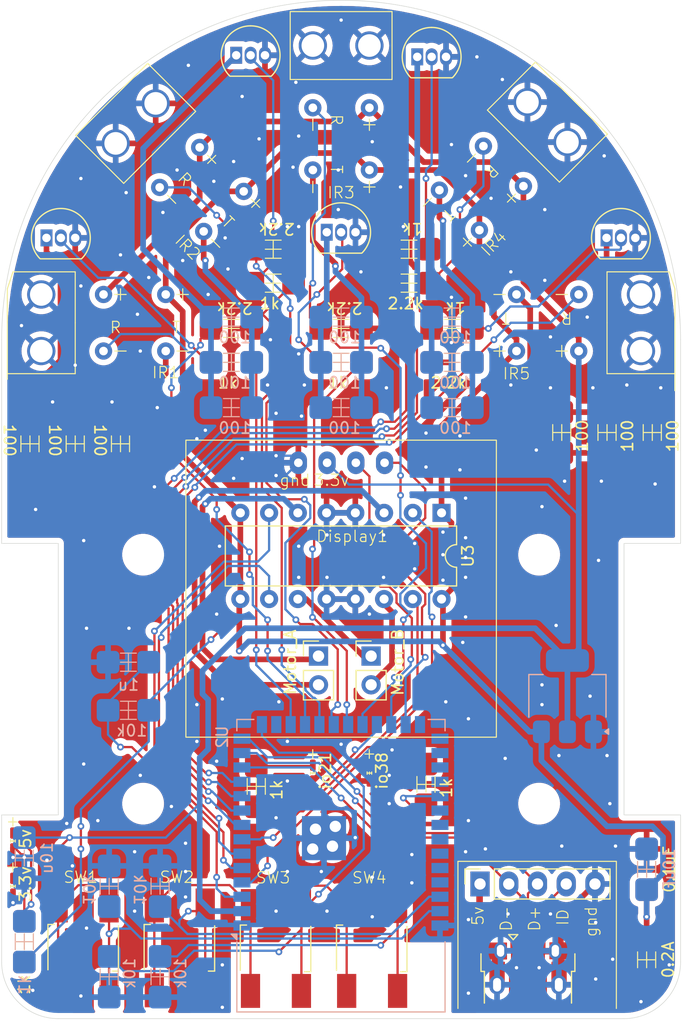
<source format=kicad_pcb>
(kicad_pcb (version 20240108) (generator "pcbnew") (generator_version "8.0")
  (layers (0 "F.Cu" signal) (31 "B.Cu" signal) (34 "B.Paste" user) (35 "F.Paste" user) (36 "B.SilkS" user "B.Silkscreen") (37 "F.SilkS" user "F.Silkscreen") (38 "B.Mask" user) (39 "F.Mask" user) (44 "Edge.Cuts" user))
  (net 0 "")
  (net 1 "/5v")
  (net 2 "GND")
  (net 3 "/3.3v")
  (net 4 "/EN")
  (net 5 "Net-(D1-A)")
  (net 6 "Net-(D2-A)")
  (net 7 "Net-(D3-A)")
  (net 8 "Net-(D4-A)")
  (net 9 "/IO48_SDA")
  (net 10 "/IO47_SCL")
  (net 11 "Net-(J1-VBUS)")
  (net 12 "Net-(IR1-Transmitt-)")
  (net 13 "/IO10")
  (net 14 "/IO12")
  (net 15 "Net-(IR2-Transmitt-)")
  (net 16 "Net-(IR3-Transmitt-)")
  (net 17 "/IO14")
  (net 18 "/IO16")
  (net 19 "Net-(IR4-Transmitt-)")
  (net 20 "Net-(IR5-Transmitt-)")
  (net 21 "/IO18")
  (net 22 "/USB_D_P")
  (net 23 "/USB_D_N")
  (net 24 "unconnected-(J1-ID-Pad4)")
  (net 25 "Net-(Motor_A1-Pin_2)")
  (net 26 "Net-(Motor_A1-Pin_1)")
  (net 27 "Net-(Motor_B1-Pin_2)")
  (net 28 "Net-(Motor_B1-Pin_1)")
  (net 29 "Net-(Q1-C)")
  (net 30 "Net-(Q1-B)")
  (net 31 "Net-(Q2-B)")
  (net 32 "Net-(Q2-C)")
  (net 33 "Net-(Q3-C)")
  (net 34 "Net-(Q3-B)")
  (net 35 "Net-(Q4-B)")
  (net 36 "Net-(Q4-C)")
  (net 37 "Net-(Q5-C)")
  (net 38 "Net-(Q5-B)")
  (net 39 "/IO9")
  (net 40 "/IO11")
  (net 41 "/IO13")
  (net 42 "/IO15")
  (net 43 "/IO17")
  (net 44 "/IO21")
  (net 45 "/IO38")
  (net 46 "/IO1")
  (net 47 "/IO2")
  (net 48 "/IO3")
  (net 49 "/IO8")
  (net 50 "/IO44")
  (net 51 "/IO7")
  (net 52 "/IO40")
  (net 53 "/IO43")
  (net 54 "/IO6")
  (net 55 "/IO5")
  (net 56 "/IO42")
  (net 57 "/IO39")
  (net 58 "/IO35")
  (net 59 "/IO36")
  (net 60 "/IO46")
  (net 61 "/IO0")
  (net 62 "/IO41")
  (net 63 "/IO37")
  (net 64 "/IO45")
  (net 65 "/IO4")
  (footprint "Ivar_footprint_library:IVAR_0603_SMD_LED" (layer "F.Cu") (at 152.5 127.6 90)
    (property "Reference" "D4" (hide yes))
    (property "Value" "io38" (hide yes))
  )
  (footprint "Ivar_footprint_library:IVAR_IR" (layer "F.Cu") (at 165.5 91 180)
    (property "Reference" "IR5")
    (property "Value" "~")
  )
  (footprint "Ivar_footprint_library:IVAR_1206_SMD_R" (layer "F.Cu") (at 130.5 101 -90)
    (property "Reference" "R4" (hide yes))
    (property "Value" "100" (hide yes))
  )
  (footprint "Ivar_footprint_library:IVAR_1206_SMD_FUSE" (layer "F.Cu") (at 177 143 90)
    (property "Reference" "F1" (hide yes))
    (property "Value" "0.2A" (hide yes))
  )
  (footprint "Ivar_footprint_library:IVAR_1206_SMD_R" (layer "F.Cu") (at 151.8 92)
    (property "Reference" "R14" (hide yes))
    (property "Value" "1k" (hide yes))
  )
  (footprint "Package_TO_SOT_THT:TO-92_Inline" (layer "F.Cu") (at 140.73 64.86)
    (property "Reference" "Q2" (hide yes))
    (property "Value" "BC547")
  )
  (footprint "Package_TO_SOT_THT:TO-92_Inline" (layer "F.Cu") (at 148.73 80.5)
    (property "Reference" "Q3" (hide yes))
    (property "Value" "BC547")
  )
  (footprint "Ivar_footprint_library:IVAR_1206_SMD_R" (layer "F.Cu") (at 157.8 85)
    (property "Reference" "R23" (hide yes))
    (property "Value" "2.2k" (hide yes))
  )
  (footprint "Package_TO_SOT_THT:TO-92_Inline" (layer "F.Cu") (at 156.73 65)
    (property "Reference" "Q4" (hide yes))
    (property "Value" "BC547")
  )
  (footprint "Ivar_footprint_library:IVAR_IR" (layer "F.Cu") (at 134.5 86)
    (property "Reference" "IR1")
    (property "Value" "~")
  )
  (footprint "Ivar_footprint_library:IVAR_0603_SMD_LED" (layer "F.Cu") (at 147.5 127.6 90)
    (property "Reference" "D3" (hide yes))
    (property "Value" "io21" (hide yes))
  )
  (footprint "MountingHole:MountingHole_3.2mm_M3" (layer "F.Cu") (at 167.5 109)
    (property "Reference" "REF**" (hide yes))
    (property "Value" "MountingHole_3.2mm_M3")
  )
  (footprint "Ivar_footprint_library:IVAR_OLED_I2C" (layer "F.Cu") (at 146.22 100.875)
    (property "Reference" "Display1")
    (property "Value" "Conn_01x04_Pin")
  )
  (footprint "Ivar_footprint_library:IVAR_IR" (layer "F.Cu") (at 152.5 75 -90)
    (property "Reference" "IR3")
    (property "Value" "~")
  )
  (footprint "MountingHole:MountingHole_3.2mm_M3" (layer "F.Cu") (at 132.5 131)
    (property "Reference" "REF**" (hide yes))
    (property "Value" "MountingHole_3.2mm_M3")
  )
  (footprint "Ivar_footprint_library:IVAR_1206_SMD_R" (layer "F.Cu") (at 122.5 101 -90)
    (property "Reference" "R6" (hide yes))
    (property "Value" "100" (hide yes))
  )
  (footprint "Ivar_footprint_library:IVAR_1206_SMD_R" (layer "F.Cu") (at 142.2 82 180)
    (property "Reference" "R13" (hide yes))
    (property "Value" "2.2k" (hide yes))
  )
  (footprint "MountingHole:MountingHole_3.2mm_M3" (layer "F.Cu") (at 167.5 131)
    (property "Reference" "REF**" (hide yes))
    (property "Value" "MountingHole_3.2mm_M3")
  )
  (footprint "Ivar_footprint_library:IVAR_IR" (layer "F.Cu") (at 162.221825 80.313708 -135)
    (property "Reference" "IR4")
    (property "Value" "~")
  )
  (footprint "Package_DIP:DIP-16_W7.62mm" (layer "F.Cu") (at 158.875 105.3 -90)
    (property "Reference" "U3")
    (property "Value" "L293D")
  )
  (footprint "Connector_USB:USB_Micro-B_Amphenol_10103594-0001LF_Horizontal" (layer "F.Cu") (at 166.535 145.89)
    (property "Reference" "J1" (hide yes))
    (property "Value" "USB_B_Micro" (hide yes))
  )
  (footprint "Ivar_footprint_library:IVAR_1206_SMD_R" (layer "F.Cu") (at 154.2 82 180)
    (property "Reference" "R19" (hide yes))
    (property "Value" "1k" (hide yes))
  )
  (footprint "Ivar_footprint_library:IVAR_1206_SMD_R" (layer "F.Cu") (at 173.5 96.4 90)
    (property "Reference" "R26" (hide yes))
    (property "Value" "100" (hide yes))
  )
  (footprint "Ivar_footprint_library:IVAR_1206_SMD_R" (layer "F.Cu") (at 177.5 96.4 90)
    (property "Reference" "R27" (hide yes))
    (property "Value" "100" (hide yes))
  )
  (footprint "Ivar_footprint_library:IVAR_0603_SMD_LED" (layer "F.Cu") (at 121 137.6 90)
    (property "Reference" "D2" (hide yes))
    (property "Value" "3.3v" (hide yes))
  )
  (footprint "Package_TO_SOT_THT:TO-92_Inline" (layer "F.Cu") (at 123.96 81)
    (property "Reference" "Q1" (hide yes))
    (property "Value" "BC547")
  )
  (footprint "Ivar_footprint_library:IVAR_1206_SMD_R" (layer "F.Cu") (at 169.5 96.4 90)
    (property "Reference" "R25" (hide yes))
    (property "Value" "100" (hide yes))
  )
  (footprint "MountingHole:MountingHole_3.2mm_M3" (layer "F.Cu") (at 132.5 109)
    (property "Reference" "REF**" (hide yes))
    (property "Value" "MountingHole_3.2mm_M3")
  )
  (footprint "Package_TO_SOT_THT:TO-92_Inline" (layer "F.Cu") (at 173.46 81)
    (property "Reference" "Q5" (hide yes))
    (property "Value" "BC547")
  )
  (footprint "Ivar_footprint_library:IVAR_0603_SMD_LED" (layer "F.Cu") (at 121 133.6 90)
    (property "Reference" "D1" (hide yes))
    (property "Value" "5v" (hide yes))
  )
  (footprint "Ivar_footprint_library:IVAR_Micro_USB_breakout_board_5pin" (layer "F.Cu") (at 162.275 138.1 90)
    (property "Reference" "Mico_USB_Breakout1" (hide yes))
    (property "Value" "Conn_01x05_Pin")
  )
  (footprint "Ivar_footprint_library:IVAR_1206_SMD_C" (layer "F.Cu") (at 177 135 90)
    (property "Reference" "C2" (hide yes))
    (property "Value" "0.1uF" (hide yes))
  )
  (footprint "Connector_PinHeader_2.54mm:PinHeader_1x02_P2.54mm_Vertical" (layer "F.Cu") (at 148 117.96)
    (property "Reference" "Motor_A")
    (property "Value" "Conn_01x02_Pin")
  )
  (footprint "Ivar_footprint_library:IVAR_1206_SMD_R" (layer "F.Cu") (at 142.5 127.675 90)
    (property "Reference" "R29" (hide yes))
    (property "Value" "1k" (hide yes))
  )
  (footprint "Ivar_footprint_library:IVAR_1206_SMD_R" (layer "F.Cu") (at 145.8 85)
    (property "Reference" "R9" (hide yes))
    (property "Value" "1k" (hide yes))
  )
  (footprint "Ivar_footprint_library:IVAR_1206_SMD_R" (layer "F.Cu") (at 157.5 127.5 90)
    (property "Reference" "R30" (hide yes))
    (property "Value" "1k" (hide yes))
  )
  (footprint "Ivar_footprint_library:IVAR_1206_SMD_R" (layer "F.Cu") (at 148.2 89 180)
    (property "Reference" "R18" (hide yes))
    (property "Value" "2.2k" (hide yes))
  )
  (footprint "Ivar_footprint_library:IVAR_1206_SMD_R" (layer "F.Cu") (at 158 89 180)
    (property "Reference" "R24" (hide yes))
    (property "Value" "1k" (hide yes))
  )
  (footprint "Ivar_footprint_library:IVAR_1206_SMD_R" (layer "F.Cu") (at 126.5 101 -90)
    (property "Reference" "R5" (hide yes))
    (property "Value" "100" (hide yes))
  )
  (footprint "Ivar_footprint_library:IVAR_BUTTON_RED_SMD" (layer "F.Cu") (at 150.49 140.05)
    (property "Reference" "SW4")
    (property "Value" "SW_Push")
  )
  (footprint "Ivar_footprint_library:IVAR_1206_SMD_R" (layer "F.Cu") (at 161.6 92)
    (property "Reference" "R28" (hide yes))
    (property "Value" "2.2k" (hide yes))
  )
  (footprint "Ivar_footprint_library:IVAR_BUTTON_RED_SMD" (layer "F.Cu") (at 133.49 140)
    (property "Reference" "SW2")
    (property "Value" "SW_Push")
  )
  (footprint "Ivar_footprint_library:IVAR_1206_SMD_R" (layer "F.Cu") (at 142.1 92)
    (property "Reference" "R7" (hide yes))
    (property "Value" "1k" (hide yes))
  )
  (footprint "Ivar_footprint_library:IVAR_BUTTON_RED_SMD" (layer "F.Cu") (at 141.99 140.05)
    (property "Reference" "SW3")
    (property "Value" "SW_Push")
  )
  (footprint "Ivar_footprint_library:IVAR_1206_SMD_R" (layer "F.Cu") (at 122 141.4 90)
    (property "Reference" "R3" (hide yes))
    (property "Value" "1k" (hide yes))
  )
  (footprint "Connector_PinHeader_2.54mm:PinHeader_1x02_P2.54mm_Vertical" (layer "F.Cu") (at 152.65 117.96)
    (property "Reference" "Motor_B")
    (property "Value" "Conn_01x02_Pin")
  )
  (footprint "Ivar_footprint_library:IVAR_1206_SMD_R" (layer "F.Cu") (at 138.5 89 180)
    (property "Reference" "R8" (hide yes))
    (property "Value" "2.2k" (hide yes))
  )
  (footprint "Ivar_footprint_library:IVAR_BUTTON_RED_SMD" (layer "F.Cu") (at 124.99 140)
    (property "Reference" "SW1")
    (property "Value" "SW_Push")
  )
  (footprint "Ivar_footprint_library:IVAR_IR" (layer "F.Cu") (at 141.389087 76.889087 -45)
    (property "Reference" "IR2")
    (property "Value" "~")
  )
  (footprint "Ivar_footprint_library:IVAR_1206_SMD_R" (layer "B.Cu") (at 129.5 136.5 90)
    (property "Reference" "R31" (hide yes))
    (property "Value" "10k" (hide yes))
  )
  (footprint "Ivar_footprint_library:IVAR_1206_SMD_R" (layer "B.Cu") (at 138.5 88 180)
    (property "Reference" "R10" (hide yes))
    (property "Value" "100" (hide yes))
  )
  (footprint "Ivar_footprint_library:IVAR_1206_SMD_R" (layer "B.Cu") (at 129.5 148.1 -90)
    (property "Reference" "R33" (hide yes))
    (property "Value" "10k" (hide yes))
  )
  (footprint "Ivar_footprint_library:IVAR_1206_SMD_R" (layer "B.Cu") (at 134 148.1 -90)
    (property "Reference" "R34" (hide yes))
    (property "Value" "10k" (hide yes))
  )
  (footprint "Ivar_footprint_library:IVAR_1206_SMD_R" (layer "B.Cu") (at 148.2 92 180)
    (property "Reference" "R16" (hide yes))
    (property "Value" "100" (hide yes))
  )
  (footprint "Ivar_footprint_library:IVAR_1206_SMD_C" (layer "B.Cu") (at 129.4 118.5 180)
    (property "Reference" "C4" (hide yes))
    (property "Value" "1u" (hide yes))
  )
  (footprint "Ivar_footprint_library:IVAR_1206_SMD_R" (layer "B.Cu") (at 158 88 180)
    (property "Reference" "R20" (hide yes))
    (property "Value" "100" (hide yes))
  )
  (footprint "Ivar_footprint_library:IVAR_1206_SMD_R" (layer "B.Cu") (at 138.5 96 180)
    (property "Reference" "R12" (hide yes))
    (property "Value" "100" (hide yes))
  )
  (footprint "Ivar_footprint_library:IVAR_1206_SMD_R" (layer "B.Cu") (at 138.5 92 180)
    (property "Reference" "R11" (hide yes))
    (property "Value" "100" (hide yes))
  )
  (footprint "Ivar_footprint_library:IVAR_1206_SMD_C" (layer "B.Cu") (at 177 135 90)
    (property "Reference" "C1" (hide yes))
    (property "Value" "10uF" (hide yes))
  )
  (footprint "Ivar_footprint_library:IVAR_1206_SMD_R" (layer "B.Cu") (at 158 96 180)
    (property "Reference" "R22" (hide yes))
    (property "Value" "100" (hide yes))
  )
  (footprint "RF_Module:ESP32-S3-WROOM-1" (layer "B.Cu") (at 149.985 136.51)
    (property "Reference" "U2")
    (property "Value" "ESP32-S3-WROOM-1")
  )
  (footprint "Ivar_footprint_library:IVAR_1206_SMD_R" (layer "B.Cu") (at 148.2 96 180)
    (property "Reference" "R15" (hide yes))
    (property "Value" "100" (hide yes))
  )
  (footprint "Ivar_footprint_library:IVAR_1206_SMD_C" (layer "B.Cu") (at 122 137.6 -90)
    (property "Reference" "C3" (hide yes))
    (property "Value" "10u" (hide yes))
  )
  (footprint "Ivar_footprint_library:IVAR_1206_SMD_R" (layer "B.Cu") (at 122 141.4 90)
    (property "Reference" "R2" (hide yes))
    (property "Value" "1k" (hide yes))
  )
  (footprint "Package_TO_SOT_SMD:SOT-223-3_TabPin2" (layer "B.Cu") (at 170 121.5 90)
    (property "Reference" "U1" (hide yes))
    (property "Value" "AMS1117-3.3")
  )
  (footprint "Ivar_footprint_library:IVAR_1206_SMD_R" (layer "B.Cu") (at 129.4 122.75 180)
    (property "Reference" "R1" (hide yes))
    (property "Value" "10k" (hide yes))
  )
  (footprint "Ivar_footprint_library:IVAR_1206_SMD_R" (layer "B.Cu") (at 148.2 88 180)
    (property "Reference" "R17" (hide yes))
    (property "Value" "100" (hide yes))
  )
  (footprint "Ivar_footprint_library:IVAR_1206_SMD_R" (layer "B.Cu") (at 134 136.5 90)
    (property "Reference" "R32" (hide yes))
    (property "Value" "10k" (hide yes))
  )
  (footprint "Ivar_footprint_library:IVAR_1206_SMD_R" (layer "B.Cu") (at 158 92 180)
    (property "Reference" "R21" (hide yes))
    (property "Value" "100" (hide yes))
  )
  (gr_line (start 125 150) (end 175 150) (stroke (width 0.05)) (layer "Edge.Cuts"))
  (gr_line (start 175 132) (end 175 108) (stroke (width 0.05)) (layer "Edge.Cuts"))
  (gr_line (start 120 145) (end 120 132) (stroke (width 0.05)) (layer "Edge.Cuts"))
  (gr_line (start 175 108) (end 180 108) (stroke (width 0.05)) (layer "Edge.Cuts"))
  (gr_arc (start 120 90) (mid 150 60) (end 180 90) (stroke (width 0.05)) (layer "Edge.Cuts"))
  (gr_line (start 125 108) (end 120 108) (stroke (width 0.05)) (layer "Edge.Cuts"))
  (gr_line (start 120 132) (end 125 132) (stroke (width 0.05)) (layer "Edge.Cuts"))
  (gr_line (start 125 132) (end 125 108) (stroke (width 0.05)) (layer "Edge.Cuts"))
  (gr_line (start 180 108) (end 180 90) (stroke (width 0.05)) (layer "Edge.Cuts"))
  (gr_line (start 180 145) (end 180 132) (stroke (width 0.05)) (layer "Edge.Cuts"))
  (gr_arc (start 125 150) (mid 121.464466 148.535534) (end 120 145) (stroke (width 0.05)) (layer "Edge.Cuts"))
  (gr_line (start 120 108) (end 120 90) (stroke (width 0.05)) (layer "Edge.Cuts"))
  (gr_arc (start 180 145) (mid 178.535534 148.535534) (end 175 150) (stroke (width 0.05)) (layer "Edge.Cuts"))
  (gr_line (start 180 132) (end 175 132) (stroke (width 0.05)) (layer "Edge.Cuts"))
  (segment (start 141.095 105.3) (end 136 100.205) (width 0.5) (layer "F.Cu") (net 1))
  (segment (start 159.75 112.045) (end 159.75 106.175) (width 0.5) (layer "F.Cu") (net 1))
  (segment (start 159 117) (end 159 113.045) (width 0.5) (layer "F.Cu") (net 1))
  (segment (start 158.875 112.92) (end 159.75 112.045) (width 0.5) (layer "F.Cu") (net 1))
  (segment (start 158.875 105.3) (end 158.875 97.625) (width 0.5) (layer "F.Cu") (net 1))
  (segment (start 165.5 91) (end 165.5 89.92237) (width 0.5) (layer "F.Cu") (net 1))
  (segment (start 134.5 86) (end 134.5 82.064147) (width 0.5) (layer "F.Cu") (net 1))
  (segment (start 151 73.5) (end 152.5 75) (width 0.5) (layer "F.Cu") (net 1))
  (segment (start 141 113.015) (end 141.095 112.92) (width 0.5) (layer "F.Cu") (net 1))
  (segment (start 136 87.5) (end 134.5 86) (width 0.5) (layer "F.Cu") (net 1))
  (segment (start 162.221825 82.721825) (end 162.221825 80.313708) (width 0.5) (layer "F.Cu") (net 1))
  (segment (start 159.75 106.175) (end 158.875 105.3) (width 0.5) (layer "F.Cu") (net 1))
  (segment (start 141 115) (end 141 113.015) (width 0.5) (layer "F.Cu") (net 1))
  (segment (start 144.778174 73.5) (end 151 73.5) (width 0.5) (layer "F.Cu") (net 1))
  (segment (start 138.5 116.5) (end 140 115) (width 0.2) (layer "F.Cu") (net 1))
  (segment (start 141 117.5) (end 141 115) (width 0.5) (layer "F.Cu") (net 1))
  (segment (start 158.875 97.625) (end 165.5 91) (width 0.5) (layer "F.Cu") (net 1))
  (segment (start 134.5 82.064147) (end 139.67506 76.889087) (width 0.5) (layer "F.Cu") (net 1))
  (segment (start 158.622144 75) (end 152.5 75) (width 0.5) (layer "F.Cu") (net 1))
  (segment (start 139.67506 76.889087) (end 141.389087 76.889087) (width 0.5) (layer "F.Cu") (net 1))
  (segment (start 136 100.205) (end 136 87.5) (width 0.5) (layer "F.Cu") (net 1))
  (segment (start 165.5 89.92237) (end 163.5 87.92237) (width 0.5) (layer "F.Cu") (net 1))
  (segment (start 163.5 87.92237) (end 163.5 84) (width 0.5) (layer "F.Cu") (net 1))
  (segment (start 141.095 112.92) (end 141.095 105.3) (width 0.5) (layer "F.Cu") (net 1))
  (segment (start 162.221825 78.599681) (end 158.622144 75) (width 0.5) (layer "F.Cu") (net 1))
  (segment (start 162.221825 80.313708) (end 162.221825 78.599681) (width 0.5) (layer "F.Cu") (net 1))
  (segment (start 127 135) (end 127 133) (width 0.2) (layer "F.Cu") (net 1))
  (segment (start 177 143) (end 177 141) (width 0.5) (layer "F.Cu") (net 1))
  (segment (start 177 141) (end 177 138.6) (width 0.5) (layer "F.Cu") (net 1))
  (segment (start 140 115) (end 141 115) (width 0.2) (layer "F.Cu") (net 1))
  (segment (start 159 113.045) (end 158.875 112.92) (width 0.5) (layer "F.Cu") (net 1))
  (segment (start 163.5 84) (end 162.221825 82.721825) (width 0.5) (layer "F.Cu") (net 1))
  (segment (start 141.389087 76.889087) (end 144.778174 73.5) (width 0.5) (layer "F.Cu") (net 1))
  (via (at 127 135) (size 0.6) (drill 0.3) (layers "F.Cu" "B.Cu") (net 1))
  (via (at 159 117) (size 0.6) (drill 0.3) (layers "F.Cu" "B.Cu") (net 1))
  (via (at 138.5 116.5) (size 0.6) (drill 0.3) (layers "F.Cu" "B.Cu") (net 1))
  (via (at 177 141) (size 0.6) (drill 0.3) (layers "F.Cu" "B.Cu") (net 1))
  (via (at 141 117.5) (size 0.6) (drill 0.3) (layers "F.Cu" "B.Cu") (net 1))
  (via (at 127 133) (size 0.6) (drill 0.3) (layers "F.Cu" "B.Cu") (net 1))
  (segment (start 127 135) (end 127 140) (width 0.2) (layer "B.Cu") (net 1))
  (segment (start 178.45 133.95) (end 177.5 133) (width 0.5) (layer "B.Cu") (net 1))
  (segment (start 166.65 124.65) (end 159 117) (width 0.5) (layer "B.Cu") (net 1))
  (segment (start 173.5 133) (end 167.7 127.2) (width 0.5) (layer "B.Cu") (net 1))
  (segment (start 159 117) (end 158.66 116.66) (width 0.5) (layer "B.Cu") (net 1))
  (segment (start 141.84 116.66) (end 141 117.5) (width 0.5) (layer "B.Cu") (net 1))
  (segment (start 177.5 133) (end 173.5 133) (width 0.5) (layer "B.Cu") (net 1))
  (segment (start 158.66 116.66) (end 141.84 116.66) (width 0.5) (layer "B.Cu") (net 1))
  (segment (start 167.7 124.65) (end 166.65 124.65) (width 0.5) (layer "B.Cu") (net 1))
  (segment (start 133 125.5) (end 133 122.75) (width 0.2) (layer "B.Cu") (net 1))
  (segment (start 167.7 127.2) (end 167.7 124.65) (width 0.5) (layer "B.Cu") (net 1))
  (segment (start 177 138.6) (end 178.45 137.15) (width 0.5) (layer "B.Cu") (net 1))
  (segment (start 177 141) (end 177 138.6) (width 0.5) (layer "B.Cu") (net 1))
  (segment (start 127 133) (end 127 131.5) (width 0.2) (layer "B.Cu") (net 1))
  (segment (start 127 131.5) (end 133 125.5) (width 0.2) (layer "B.Cu") (net 1))
  (segment (start 133 122.75) (end 133 122) (width 0.2) (layer "B.Cu") (net 1))
  (segment (start 133 122) (end 138.5 116.5) (width 0.2) (layer "B.Cu") (net 1))
  (segment (start 178.45 137.15) (end 178.45 133.95) (width 0.5) (layer "B.Cu") (net 1))
  (segment (start 127 140) (end 122 145) (width 0.2) (layer "B.Cu") (net 1))
  (segment (start 167.81 142.725) (end 172.435 138.1) (width 0.5) (layer "F.Cu") (net 2))
  (segment (start 169.24 147.005) (end 167.74 147.005) (width 0.5) (layer "F.Cu") (net 2))
  (segment (start 165.28 147.005) (end 165.55 147.275) (width 0.2) (layer "F.Cu") (net 2))
  (segment (start 146.25 80) (end 146.25 81.55) (width 0.2) (layer "F.Cu") (net 2))
  (segment (start 165.55 147.275) (end 165.55 145.55) (width 0.5) (layer "F.Cu") (net 2))
  (segment (start 145.25 81.45) (end 145.8 82) (width 0.2) (layer "F.Cu") (net 2))
  (segment (start 146.25 81.55) (end 145.8 82) (width 0.2) (layer "F.Cu") (net 2))
  (segment (start 150 125.75) (end 150 126.5) (width 0.5) (layer "F.Cu") (net 2))
  (segment (start 164.09 144.005) (end 163.68 144.005) (width 0.2) (layer "F.Cu") (net 2))
  (segment (start 163.78 147.005) (end 163.78 146.075) (width 0.2) (layer "F.Cu") (net 2))
  (segment (start 165.55 145.55) (end 165.5 145.5) (width 0.5) (layer "F.Cu") (net 2))
  (segment (start 121.25 135) (end 122 135.75) (width 0.2) (layer "F.Cu") (net 2))
  (segment (start 145.25 80) (end 145.25 81.45) (width 0.2) (layer "F.Cu") (net 2))
  (segment (start 163.78 147.005) (end 165.28 147.005) (width 0.2) (layer "F.Cu") (net 2))
  (segment (start 167.74 147.005) (end 167.47 147.275) (width 0.5) (layer "F.Cu") (net 2))
  (segment (start 163.68 144.005) (end 163.66 144.025) (width 0.2) (layer "F.Cu") (net 2))
  (segment (start 150 126.5) (end 147.5 129) (width 0.5) (layer "F.Cu") (net 2))
  (segment (start 121 135) (end 121.25 135) (width 0.2) (layer "F.Cu") (net 2))
  (segment (start 167.47 145.53) (end 167.5 145.5) (width 0.5) (layer "F.Cu") (net 2))
  (segment (start 121 135.75) (end 121 135) (width 0.2) (layer "F.Cu") (net 2))
  (segment (start 167.47 147.275) (end 167.47 145.53) (width 0.5) (layer "F.Cu") (net 2))
  (segment (start 167.81 144.125) (end 167.81 142.725) (width 0.5) (layer "F.Cu") (net 2))
  (via (at 161 75.5) (size 0.6) (drill 0.3) (layers "F.Cu" "B.Cu") (net 2))
  (via (at 139.5 121.75) (size 0.6) (drill 0.3) (layers "F.Cu" "B.Cu") (net 2))
  (via (at 144.25 100.25) (size 0.6) (drill 0.3) (layers "F.Cu" "B.Cu") (net 2))
  (via (at 159.25 122) (size 0.6) (drill 0.3) (layers "F.Cu" "B.Cu") (net 2))
  (via (at 168 78.5) (size 0.6) (drill 0.3) (layers "F.Cu" "B.Cu") (net 2))
  (via (at 127 75.75) (size 0.6) (drill 0.3) (layers "F.Cu" "B.Cu") (net 2))
  (via (at 164.5 127) (size 0.6) (drill 0.3) (layers "F.Cu" "B.Cu") (net 2))
  (via (at 139 127.25) (size 0.6) (drill 0.3) (layers "F.Cu" "B.Cu") (net 2))
  (via (at 161 111) (size 0.6) (drill 0.3) (layers "F.Cu" "B.Cu") (net 2))
  (via (at 144.25 96.5) (size 0.6) (drill 0.3) (layers "F.Cu" "B.Cu") (net 2))
  (via (at 132.25 91) (size 0.6) (drill 0.3) (layers "F.Cu" "B.Cu") (net 2))
  (via (at 176.5 148.5) (size 0.6) (drill 0.3) (layers "F.Cu" "B.Cu") (net 2))
  (via (at 173.75 131) (size 0.6) (drill 0.3) (layers "F.Cu" "B.Cu") (net 2))
  (via (at 172 121.5) (size 0.6) (drill 0.3) (layers "F.Cu" "B.Cu") (net 2))
  (via (at 146 67.25) (size 0.6) (drill 0.3) (layers "F.Cu" "B.Cu") (net 2))
  (via (at 136.25 137) (size 0.6) (drill 0.3) (layers "F.Cu" "B.Cu") (net 2))
  (via (at 137.25 125.5) (size 0.6) (drill 0.3) (layers "F.Cu" "B.Cu") (net 2))
  (via (at 162.75 135) (size 0.6) (drill 0.3) (layers "F.Cu" "B.Cu") (net 2))
  (via (at 160.5 101.5) (size 0.6) (drill 0.3) (layers "F.Cu" "B.Cu") (net 2))
  (via (at 167.25 99.75) (size 0.6) (drill 0.3) (layers "F.Cu" "B.Cu") (net 2))
  (via (at 159 109) (size 0.6) (drill 0.3) (layers "F.Cu" "B.Cu") (net 2))
  (via (at 127 148) (size 0.6) (drill 0.3) (layers "F.Cu" "B.Cu") (net 2))
  (via (at 154.5 126.25) (size 0.6) (drill 0.3) (layers "F.Cu" "B.Cu") (net 2))
  (via (at 131.25 115.5) (size 0.6) (drill 0.3) (layers "F.Cu" "B.Cu") (net 2))
  (via (at 148.75 107.25) (size 0.6) (drill 0.3) (layers "F.Cu" "B.Cu") (net 2))
  (via (at 178.25 94.25) (size 0.6) (drill 0.3) (layers "F.Cu" "B.Cu") (net 2))
  (via (at 136 83) (size 0.6) (drill 0.3) (layers "F.Cu" "B.Cu") (net 2))
  (via (at 141.25 68.5) (size 0.6) (drill 0.3) (layers "F.Cu" "B.Cu") (net 2))
  (via (at 138.25 86) (size 0.6) (drill 0.3) (layers "F.Cu" "B.Cu") (net 2))
  (via (at 164.25 67) (size 0.6) (drill 0.3) (layers "F.Cu" "B.Cu") (net 2))
  (via (at 146.25 91.25) (size 0.6) (drill 0.3) (layers "F.Cu" "B.Cu") (net 2))
  (via (at 132.25 128.5) (size 0.6) (drill 0.3) (layers "F.Cu" "B.Cu") (net 2))
  (via (at 161.25 123.5) (size 0.6) (drill 0.3) (layers "F.Cu" "B.Cu") (net 2))
  (via (at 172.25 94.25) (size 0.6) (drill 0.3) (layers "F.Cu" "B.Cu") (net 2))
  (via (at 136.25 139.25) (size 0.6) (drill 0.3) (layers "F.Cu" "B.Cu") (net 2))
  (via (at 126.25 136.5) (size 0.6) (drill 0.3) (layers "F.Cu" "B.Cu") (net 2))
  (via (at 159.75 86.25) (size 0.6) (drill 0.3) (layers "F.Cu" "B.Cu") (net 2))
  (via (at 134.25 78.75) (size 0.6) (drill 0.3) (layers "F.Cu" "B.Cu") (net 2))
  (via (at 179 145.25) (size 0.6) (drill 0.3) (layers "F.Cu" "B.Cu") (net 2))
  (via (at 161.25 147.75) (size 0.6) (drill 0.3) (layers "F.Cu" "B.Cu") (net 2))
  (via (at 169 115.25) (size 0.6) (drill 0.3) (layers "F.Cu" "B.Cu") (net 2))
  (via (at 127.25 107.75) (size 0.6) (drill 0.3) (layers "F.Cu" "B.Cu") (net 2))
  (via (at 165.5 145.5) (size 0.6) (drill 0.3) (layers "F.Cu" "B.Cu") (net 2))
  (via (at 148.75 140.5) (size 0.6) (drill 0.3) (layers "F.Cu" "B.Cu") (net 2))
  (via (at 146.25 72) (size 0.6) (drill 0.3) (layers "F.Cu" "B.Cu") (net 2))
  (via (at 161 109.25) (size 0.6) (drill 0.3) (layers "F.Cu" "B.Cu") (net 2))
  (via (at 159.75 72.75) (size 0.6) (drill 0.3) (layers "F.Cu" "B.Cu") (net 2))
  (via (at 163.25 77.5) (size 0.6) (drill 0.3) (layers "F.Cu" "B.Cu") (net 2))
  (via (at 145.25 80) (size 0.6) (drill 0.3) (layers "F.Cu" "B.Cu") (net 2))
  (via (at 162 65) (size 0.6) (drill 0.3) (layers "F.Cu" "B.Cu") (net 2))
  (via (at 172.5 146.5) (size 0.6) (drill 0.3) (layers "F.Cu" "B.Cu") (net 2))
  (via (at 154 94.25) (size 0.6) (drill 0.3) (layers "F.Cu" "B.Cu") (net 2))
  (via (at 127.25 127.5) (size 0.6) (drill 0.3) (layers "F.Cu" "B.Cu") (net 2))
  (via (at 139.5 149) (size 0.6) (drill 0.3) (layers "F.Cu" "B.Cu") (net 2))
  (via (at 169.75 102.5) (size 0.6) (drill 0.3) (layers "F.Cu" "B.Cu") (net 2))
  (via (at 146.75 94) (size 0.6) (drill 0.3) (layers "F.Cu" "B.Cu") (net 2))
  (via (at 167.5 145.5) (size 0.6) (drill 0.3) (layers "F.Cu" "B.Cu") (net 2))
  (via (at 136.5 65.75) (size 0.6) (drill 0.3) (layers "F.Cu" "B.Cu") (net 2))
  (via (at 168.5 89.75) (size 0.6) (drill 0.3) (layers "F.Cu" "B.Cu") (net 2))
  (via (at 174 144.75) (size 0.6) (drill 0.3) (layers "F.Cu" "B.Cu") (net 2))
  (via (at 161 104) (size 0.6) (drill 0.3) (layers "F.Cu" "B.Cu") (net 2))
  (via (at 133.5 103) (size 0.6) (drill 0.3) (layers "F.Cu" "B.Cu") (net 2))
  (via (at 139 114.25) (size 0.6) (drill 0.3) (layers "F.Cu" "B.Cu") (net 2))
  (via (at 126.5 92.25) (size 0.6) (drill 0.3) (layers "F.Cu" "B.Cu") (net 2))
  (via (at 145.25 125.5) (size 0.6) (drill 0.3) (layers "F.Cu" "B.Cu") (net 2))
  (via (at 127 85.25) (size 0.6) (drill 0.3) (layers "F.Cu" "B.Cu") (net 2))
  (via (at 145.25 129) (size 0.6) (drill 0.3) (layers "F.Cu" "B.Cu") (net 2))
  (via (at 172.75 109.5) (size 0.6) (drill 0.3) (layers "F.Cu" "B.Cu") (net 2))
  (via (at 177.75 102.75) (size 0.6) (drill 0.3) (layers "F.Cu" "B.Cu") (net 2))
  (via (at 167.75 120.5) (size 0.6) (drill 0.3) (layers "F.Cu" "B.Cu") (net 2))
  (via (at 159.75 90.25) (size 0.6) (drill 0.3) (layers "F.Cu" "B.Cu") (net 2))
  (via (at 159 107) (size 0.6) (drill 0.3) (layers "F.Cu" "B.Cu") (net 2))
  (via (at 136.25 134.5) (size 0.6) (drill 0.3) (layers "F.Cu" "B.Cu") (net 2))
  (via (at 140.5 74.25) (size 0.6) (drill 0.3) (layers "F.Cu" "B.Cu") (net 2))
  (via (at 150 125.75) (size 0.6) (drill 0.3) (layers "F.Cu" "B.Cu") (net 2))
  (via (at 155.25 76.5) (size 0.6) (drill 0.3) (layers "F.Cu" "B.Cu") (net 2))
  (via (at 160.75 116.75) (size 0.6) (drill 0.3) (layers "F.Cu" "B.Cu") (net 2))
  (via (at 127.5 115.5) (size 0.6) (drill 0.3) (layers "F.Cu" "B.Cu") (net 2))
  (via (at 131.75 135.25) (size 0.6) (drill 0.3) (layers "F.Cu" "B.Cu") (net 2))
  (via (at 139.75 81) (size 0.6) (drill 0.3) (layers "F.Cu" "B.Cu") (net 2))
  (via (at 133 84.5) (size 0.6) (drill 0.3) (layers "F.Cu" "B.Cu") (net 2))
  (via (at 154.25 128.5) (size 0.6) (drill 0.3) (layers "F.Cu" "B.Cu") (net 2))
  (via (at 145.25 137) (size 0.6) (drill 0.3) (layers "F.Cu" "B.Cu") (net 2))
  (via (at 148.75 111) (size 0.6) (drill 0.3) (layers "F.Cu" "B.Cu") (net 2))
  (via (at 124.5 95.5) (size 0.6) (drill 0.3) (layers "F.Cu" "B.Cu") (net 2))
  (via (at 169.5 134.75) (size 0.6) (drill 0.3) (layers "F.Cu" "B.Cu") (net 2))
  (via (at 135 131.25) (size 0.6) (drill 0.3) (layers "F.Cu" "B.Cu") (net 2))
  (via (at 146.25 80) (size 0.6) (drill 0.3) (layers "F.Cu" "B.Cu") (net 2))
  (via (at 130.5 82.5) (size 0.6) (drill 0.3) (layers "F.Cu" "B.Cu") (net 2))
  (via (at 168.5 140.75) (size 0.6) (drill 0.3) (layers "F.Cu" "B.Cu") (net 2))
  (via (at 168.5 94.25) (size 0.6) (drill 0.3) (layers "F.Cu" "B.Cu") (net 2))
  (via (at 157.5 101.25) (size 0.6) (drill 0.3) (layers "F.Cu" "B.Cu") (net 2))
  (via (at 143.5 94) (size 0.6) (drill 0.3) (layers "F.Cu" "B.Cu") (net 2))
  (via (at 139.25 108.25) (size 0.6) (drill 0.3) (layers "F.Cu" "B.Cu") (net 2))
  (via (at 137.25 98.75) (size 0.6) (drill 0.3) (layers "F.Cu" "B.Cu") (net 2))
  (via (at 132 87.75) (size 0.6) (drill 0.3) (layers "F.Cu" "B.Cu") (net 2))
  (via (at 122 135.75) (size 0.6) (drill 0.3) (layers "F.Cu" "B.Cu") (net 2))
  (via (at 122.75 147.5) (size 0.6) (drill 0.3) (layers "F.Cu" "B.Cu") (net 2))
  (via (at 154.25 131) (size 0.6) (drill 0.3) (layers "F.Cu" "B.Cu") (net 2))
  (via (at 149.75 78.5) (size 0.6) (drill 0.3) (layers "F.Cu" "B.Cu") (net 2))
  (via (at 127.5 142) (size 0.6) (drill 0.3) (layers "F.Cu" "B.Cu") (net 2))
  (via (at 124 136) (size 0.6) (drill 0.3) (layers "F.Cu" "B.Cu") (net 2))
  (via (at 151.75 84) (size 0.6) (drill 0.3) (layers "F.Cu" "B.Cu") (net 2))
  (via (at 149.75 75) (size 0.6) (drill 0.3) (layers "F.Cu" "B.Cu") (net 2))
  (via (at 161 135.25) (size 0.6) (drill 0.3) (layers "F.Cu" "B.Cu") (net 2))
  (via (at 152.75 141) (size 0.6) (drill 0.3) (layers "F.Cu" "B.Cu") (net 2))
  (via (at 173 102.5) (size 0.6) (drill 0.3) (layers "F.Cu" "B.Cu") (net 2))
  (via (at 157.5 98.25) (size 0.6) (drill 0.3) (layers "F.Cu" "B.Cu") (net 2))
  (via (at 156.5 108) (size 0.6) (drill 0.3) (layers "F.Cu" "B.Cu") (net 2))
  (via (at 144.25 102) (size 0.6) (drill 0.3) (layers "F.Cu" "B.Cu") (net 2))
  (via (at 169.25 126.75) (size 0.6) (drill 0.3) (layers "F.Cu" "B.Cu") (net 2))
  (via (at 159 111.25) (size 0.6) (drill 0.3) (layers "F.Cu" "B.Cu") (net 2))
  (via (at 172.5 141.5) (size 0.6) (drill 0.3) (layers "F.Cu" "B.Cu") (net 2))
  (via (at 129.75 95.5) (size 0.6) (drill 0.3) (layers "F.Cu" "B.Cu") (net 2))
  (via (at 156.25 135.5) (size 0.6) (drill 0.3) (layers "F.Cu" "B.Cu") (net 2))
  (via (at 139.5 145.25) (size 0.6) (drill 0.3) (layers "F.Cu" "B.Cu") (net 2))
  (via (at 153.75 111) (size 0.6) (drill 0.3) (layers "F.Cu" "B.Cu") (net 2))
  (via (at 144.5 122) (size 0.6) (drill 0.3) (layers "F.Cu" "B.Cu") (net 2))
  (via (at 175.25 94) (size 0.6) (drill 0.3) (layers "F.Cu" "B.Cu") (net 2))
  (via (at 121 139.75) (size 0.6) (drill 0.3) (layers "F.Cu" "B.Cu") (net 2))
  (via (at 146.25 108.25) (size 0.6) (drill 0.3) (layers "F.Cu" "B.Cu") (net 2))
  (via (at 156.5 110.25) (size 0.6) (drill 0.3) (layers "F.Cu" "B.Cu") (net 2))
  (via (at 138.75 76) (size 0.6) (drill 0.3) (layers "F.Cu" "B.Cu") (net 2))
  (via (at 151.25 134) (size 0.6) (drill 0.3) (layers "F.Cu" "B.Cu") (net 2))
  (via (at 148.25 137) (size 0.6) (drill 0.3) (layers "F.Cu" "B.Cu") (net 2))
  (via (at 146.25 111) (size 0.6) (drill 0.3) (layers "F.Cu" "B.Cu") (net 2))
  (via (at 171.75 88) (size 0.6) (drill 0.3) (layers "F.Cu" "B.Cu") (net 2))
  (via (at 144.25 140.5) (size 0.6) (drill 0.3) (layers "F.Cu" "B.Cu") (net 2))
  (via (at 131 77) (size 0.6) (drill 0.3) (layers "F.Cu" "B.Cu") (net 2))
  (via (at 174.25 134.75) (size 0.6) (drill 0.3) (layers "F.Cu" "B.Cu") (net 2))
  (via (at 138 98) (size 0.6) (drill 0.3) (layers "F.Cu" "B.Cu") (net 2))
  (via (at 140 83.75) (size 0.6) (drill 0.3) (layers "F.Cu" "B.Cu") (net 2))
  (via (at 167.75 122.25) (size 0.6) (drill 0.3) (layers "F.Cu" "B.Cu") (net 2))
  (via (at 173.25 73.75) (size 0.6) (drill 0.3) (layers "F.Cu" "B.Cu") (net 2))
  (via (at 121.75 88.75) (size 0.6) (drill 0.3) (layers "F.Cu" "B.Cu") (net 2))
  (via (at 161 107.5) (size 0.6) (drill 0.3) (layers "F.Cu" "B.Cu") (net 2))
  (via (at 133.75 96) (size 0.6) (drill 0.3) (layers "F.Cu" "B.Cu") (net 2))
  (via (at 142.75 72.25) (size 0.6) (drill 0.3) (layers "F.Cu" "B.Cu") (net 2))
  (via (at 161 114.5) (size 0.6) (drill 0.3) (layers "F.Cu" "B.Cu") (net 2))
  (via (at 146.5 96.75) (size 0.6) (drill 0.3) (layers "F.Cu" "B.Cu") (net 2))
  (via (at 125.75 132.75) (size 0.6) (drill 0.3) (layers "F.Cu" "B.Cu") (net 2))
  (via (at 152.5 114.25) (size 0.6) (drill 0.3) (layers "F.Cu" "B.Cu") (net 2))
  (via (at 145.75 74.75) (size 0.6) (drill 0.3) (layers "F.Cu" "B.Cu") (net 2))
  (via (at 121 135.75) (size 0.6) (drill 0.3) (layers "F.Cu" "B.Cu") (net 2))
  (via (at 173.5 126.75) (size 0.6) (drill 0.3) (layers "F.Cu" "B.Cu") (net 2))
  (via (at 165 94) (size 0.6) (drill 0.3) (layers "F.Cu" "B.Cu") (net 2))
  (via (at 137.25 122.25) (size 0.6) (drill 0.3) (layers "F.Cu" "B.Cu") (net 2))
  (via (at 143.75 90) (size 0.6) (drill 0.3) (layers "F.Cu" "B.Cu") (net 2))
  (via (at 155.5 80) (size 0.6) (drill 0.3) (layers "F.Cu" "B.Cu") (net 2))
  (via (at 165 84) (size 0.6) (drill 0.3) (layers "F.Cu" "B.Cu") (net 2))
  (via (at 135.5 75) (size 0.6) (drill 0.3) (layers "F.Cu" "B.Cu") (net 2))
  (via (at 164.75 140.75) (size 0.6) (drill 0.3) (layers "F.Cu" "B.Cu") (net 2))
  (via (at 167.75 104.75) (size 0.6) (drill 0.3) (layers "F.Cu" "B.Cu") (net 2))
  (via (at 140.5 102.25) (size 0.6) (drill 0.3) (layers "F.Cu" "B.Cu") (net 2))
  (via (at 152.75 137.5) (size 0.6) (drill 0.3) (layers "F.Cu" "B.Cu") (net 2))
  (via (at 152.75 72.5) (size 0.6) (drill 0.3) (layers "F.Cu" "B.Cu") (net 2))
  (via (at 161.25 141.25) (size 0.6) (drill 0.3) (layers "F.Cu" "B.Cu") (net 2))
  (via (at 153.75 107.25) (size 0.6) (drill 0.3) (layers "F.Cu" "B.Cu") (net 2))
  (via (at 160.5 98.5) (size 0.6) (drill 0.3) (layers "F.Cu" "B.Cu") (net 2))
  (via (at 168 84.75) (size 0.6) (drill 0.3) (layers "F.Cu" "B.Cu") (net 2))
  (via (at 150 61.75) (size 0.6) (drill 0.3) (layers "F.Cu" "B.Cu") (net 2))
  (via (at 156.25 138) (size 0.6) (drill 0.3) (layers "F.Cu" "B.Cu") (net 2))
  (via (at 161.25 132.5) (size 0.6) (drill 0.3) (layers "F.Cu" "B.Cu") (net 2))
  (via (at 144.25 132.25) (size 0.6) (drill 0.3) (layers "F.Cu" "B.Cu") (net 2))
  (via (at 141.25 100.5) (size 0.6) (drill 0.3) (layers "F.Cu" "B.Cu") (net 2))
  (via (at 123 105) (size 0.6) (drill 0.3) (layers "F.Cu" "B.Cu") (net 2))
  (via (at 131.75 140.5) (size 0.6) (drill 0.3) (layers "F.Cu" "B.Cu") (net 2))
  (via (at 128.5 132.5) (size 0.6) (drill 0.3) (layers "F.Cu" "B.Cu") (net 2))
  (segment (start 144.25 102) (end 145.095 102) (width 0.2) (layer "B.Cu") (net 2))
  (segment (start 145.095 102) (end 146.22 100.875) (width 0.2) (layer "B.Cu") (net 2))
  (segment (start 144.25 100.25) (end 145.595 100.25) (width 0.2) (layer "B.Cu") (net 2))
  (segment (start 145.595 100.25) (end 146.22 100.875) (width 0.2) (layer "B.Cu") (net 2))
  (segment (start 125.245 139.745) (end 125.245 134.755) (width 0.2) (layer "F.Cu") (net 3))
  (segment (start 171 89.785973) (end 166.110912 84.896885) (width 0.5) (layer "F.Cu") (net 3))
  (segment (start 148.69 138.25) (end 150.49 140.05) (width 0.2) (layer "F.Cu") (net 3))
  (segment (start 157.3 74.3) (end 152.5 69.5) (width 0.5) (layer "F.Cu") (net 3))
  (segment (start 124.99 140) (end 126.79 138.2) (width 0.2) (layer "F.Cu") (net 3))
  (segment (start 163.986291 74.3) (end 157.3 74.3) (width 0.5) (layer "F.Cu") (net 3))
  (segment (start 166.110912 84.896885) (end 166.110912 76.424621) (width 0.5) (layer "F.Cu") (net 3))
  (segment (start 143.79 138.25) (end 148.69 138.25) (width 0.2) (layer "F.Cu") (net 3))
  (segment (start 137.5 77.5) (end 129 86) (width 0.5) (layer "F.Cu") (net 3))
  (segment (start 140.14 138.2) (end 141.99 140.05) (width 0.2) (layer "F.Cu") (net 3))
  (segment (start 171 91) (end 171 89.785973) (width 0.5) (layer "F.Cu") (net 3))
  (segment (start 141.99 140.05) (end 143.79 138.25) (width 0.2) (layer "F.Cu") (net 3))
  (segment (start 151.288 70.712) (end 139.788 70.712) (width 0.5) (layer "F.Cu") (net 3))
  (segment (start 139.788 70.712) (end 137.5 73) (width 0.5) (layer "F.Cu") (net 3))
  (segment (start 124.99 142.01) (end 124.99 140) (width 0.2) (layer "F.Cu") (net 3))
  (segment (start 126.79 138.2) (end 131.69 138.2) (width 0.2) (layer "F.Cu") (net 3))
  (segment (start 135.29 138.2) (end 140.14 138.2) (width 0.2) (layer "F.Cu") (net 3))
  (segment (start 137.5 73) (end 137.5 77.5) (width 0.5) (layer "F.Cu") (net 3))
  (segment (start 150.49 147.55) (end 150.49 140.05) (width 0.2) (layer "F.Cu") (net 3))
  (segment (start 124.99 147.5) (end 124.99 140) (width 0.2) (layer "F.Cu") (net 3))
  (segment (start 166.110912 76.424621) (end 163.986291 74.3) (width 0.5) (layer "F.Cu") (net 3))
  (segment (start 152.5 69.5) (end 151.288 70.712) (width 0.5) (layer "F.Cu") (net 3))
  (segment (start 141.99 147.55) (end 141.99 140.05) (width 0.2) (layer "F.Cu") (net 3))
  (segment (start 133.49 140) (end 135.29 138.2) (width 0.2) (layer "F.Cu") (net 3))
  (segment (start 133.49 147.5) (end 133.49 140) (width 0.2) (layer "F.Cu") (net 3))
  (segment (start 125.245 134.755) (end 126 134) (width 0.2) (layer "F.Cu") (net 3))
  (segment (start 124.99 140) (end 125.245 139.745) (width 0.2) (layer "F.Cu") (net 3))
  (segment (start 131.69 138.2) (end 133.49 140) (width 0.2) (layer "F.Cu") (net 3))
  (segment (start 122 145) (end 124.99 142.01) (width 0.2) (layer "F.Cu") (net 3))
  (via (at 126 134) (size 0.6) (drill 0.3) (layers "F.Cu" "B.Cu") (net 3))
  (segment (start 141.5 115.5) (end 137.75 119.25) (width 0.5) (layer "B.Cu") (net 3))
  (segment (start 122 134) (end 126 134) (width 0.2) (layer "B.Cu") (net 3))
  (segment (start 170 118.35) (end 171 117.35) (width 0.5) (layer "B.Cu") (net 3))
  (segment (start 137.5 131) (end 137.5 139.5) (width 0.5) (layer "B.Cu") (net 3))
  (segment (start 138.25 121.810661) (end 138.25 126.189339) (width 0.5) (layer "B.Cu") (net 3))
  (segment (start 170 118.35) (end 167.15 115.5) (width 0.5) (layer "B.Cu") (net 3))
  (segment (start 134.5 134) (end 137.5 131) (width 0.2) (layer "B.Cu") (net 3))
  (segment (start 171 105.5) (end 171 91) (width 0.5) (layer "B.Cu") (net 3))
  (segment (start 148.76 100.875) (end 150.685 102.8) (width 0.2) (layer "B.Cu") (net 3))
  (segment (start 150.685 102.8) (end 168.3 102.8) (width 0.2) (layer "B.Cu") (net 3))
  (segment (start 170 124.65) (end 170 118.35) (width 0.5) (layer "B.Cu") (net 3))
  (segment (start 171 117.35) (end 171 105.5) (width 0.5) (layer "B.Cu") (net 3))
  (segment (start 137.5 139.5) (end 138.5 140.5) (width 0.5) (layer "B.Cu") (net 3))
  (segment (start 168.3 102.8) (end 171 105.5) (width 0.2) (layer "B.Cu") (net 3))
  (segment (start 138.5 140.5) (end 141.235 140.5) (width 0.5) (layer "B.Cu") (net 3))
  (segment (start 137.5 126.939339) (end 137.5 131) (width 0.5) (layer "B.Cu") (net 3))
  (segment (start 138.25 126.189339) (end 137.5 126.939339) (width 0.5) (layer "B.Cu") (net 3))
  (segment (start 137.75 121.310661) (end 138.25 121.810661) (width 0.5) (layer "B.Cu") (net 3))
  (segment (start 126 134) (end 134.5 134) (width 0.2) (layer "B.Cu") (net 3))
  (segment (start 137.75 119.25) (end 137.75 121.310661) (width 0.5) (layer "B.Cu") (net 3))
  (segment (start 167.15 115.5) (end 141.5 115.5) (width 0.5) (layer "B.Cu") (net 3))
  (segment (start 139 133.5) (end 139 137.5) (width 0.2) (layer "F.Cu") (net 4))
  (segment (start 130.5 126) (end 131.5 126) (width 0.2) (layer "F.Cu") (net 4))
  (segment (start 131.5 126) (end 139 133.5) (width 0.2) (layer "F.Cu") (net 4))
  (via (at 130.5 126) (size 0.6) (drill 0.3) (layers "F.Cu" "B.Cu") (net 4))
  (via (at 139 137.5) (size 0.6) (drill 0.3) (layers "F.Cu" "B.Cu") (net 4))
  (segment (start 129.4 122.1) (end 133 118.5) (width 0.2) (layer "B.Cu") (net 4))
  (segment (start 129.4 122.75) (end 129.4 122.1) (width 0.2) (layer "B.Cu") (net 4))
  (segment (start 129.4 122.75) (end 129.4 124.9) (width 0.2) (layer "B.Cu") (net 4))
  (segment (start 139 137.5) (end 139 138.5) (width 0.2) (layer "B.Cu") (net 4))
  (segment (start 129.4 124.9) (end 130.5 126) (width 0.2) (layer "B.Cu") (net 4))
  (segment (start 139.73 139.23) (end 141.235 139.23) (width 0.2) (layer "B.Cu") (net 4))
  (segment (start 139 138.5) (end 139.73 139.23) (width 0.2) (layer "B.Cu") (net 4))
  (segment (start 122.6 139.9) (end 122.6 135.2) (width 0.2) (layer "F.Cu") (net 5))
  (segment (start 122.6 135.2) (end 121 133.6) (width 0.2) (layer "F.Cu") (net 5))
  (via (at 122.6 139.9) (size 0.6) (drill 0.3) (layers "F.Cu" "B.Cu") (net 5))
  (segment (start 122 140.5) (end 122 141.4) (width 0.2) (layer "B.Cu") (net 5))
  (segment (start 122.6 139.9) (end 122 140.5) (width 0.2) (layer "B.Cu") (net 5))
  (segment (start 122 141.4) (end 122 138.6) (width 0.2) (layer "F.Cu") (net 6))
  (segment (start 122 138.6) (end 121 137.6) (width 0.2) (layer "F.Cu") (net 6))
  (segment (start 147.425 127.675) (end 147.5 127.6) (width 0.2) (layer "F.Cu") (net 7))
  (segment (start 142.5 127.675) (end 147.425 127.675) (width 0.2) (layer "F.Cu") (net 7))
  (segment (start 152.6 127.5) (end 152.5 127.6) (width 0.2) (layer "F.Cu") (net 8))
  (segment (start 157.5 127.5) (end 152.6 127.5) (width 0.2) (layer "F.Cu") (net 8))
  (segment (start 155.5 110.529365) (end 155.5 107.690635) (width 0.2) (layer "F.Cu") (net 9))
  (segment (start 157.435 118.065) (end 157.15 117.78) (width 0.2) (layer "F.Cu") (net 9))
  (segment (start 155.125 100.875) (end 153.84 100.875) (width 0.2) (layer "F.Cu") (net 9))
  (segment (start 157.435 105.755635) (end 157.435 103.185) (width 0.2) (layer "F.Cu") (net 9))
  (segment (start 155.5 107.690635) (end 157.435 105.755635) (width 0.2) (layer "F.Cu") (net 9))
  (segment (start 157.435 103.185) (end 155.125 100.875) (width 0.2) (layer "F.Cu") (net 9))
  (segment (start 157.435 113.375635) (end 157.435 112.464365) (width 0.2) (layer "F.Cu") (net 9))
  (segment (start 157.15 113.660635) (end 157.435 113.375635) (width 0.2) (layer "F.Cu") (net 9))
  (segment (start 157.435 112.464365) (end 155.5 110.529365) (width 0.2) (layer "F.Cu") (net 9))
  (segment (start 157.15 117.78) (end 157.15 113.660635) (width 0.2) (layer "F.Cu") (net 9))
  (via (at 157.435 118.065) (size 0.6) (drill 0.3) (layers "F.Cu" "B.Cu") (net 9))
  (segment (start 157.435 118.065) (end 155.7 119.8) (width 0.2) (layer "B.Cu") (net 9))
  (segment (start 155.7 119.8) (end 155.7 124.01) (width 0.2) (layer "B.Cu") (net 9))
  (segment (start 156.25 118.15) (end 156.25 114.597183) (width 0.2) (layer "F.Cu") (net 10))
  (segment (start 154.250635 111.82) (end 153.472817 111.82) (width 0.2) (layer "F.Cu") (net 10))
  (segment (start 156.25 114.597183) (end 154.895 113.242183) (width 0.2) (layer "F.Cu") (net 10))
  (segment (start 152.5 110.847183) (end 152.5 102.075) (width 0.2) (layer "F.Cu") (net 10))
  (segment (start 153.472817 111.82) (end 152.5 110.847183) (width 0.2) (layer "F.Cu") (net 10))
  (segment (start 156.15 118.25) (end 156.25 118.15) (width 0.2) (layer "F.Cu") (net 10))
  (segment (start 154.895 112.464365) (end 154.250635 111.82) (width 0.2) (layer "F.Cu") (net 10))
  (segment (start 154.895 113.242183) (end 154.895 112.464365) (width 0.2) (layer "F.Cu") (net 10))
  (segment (start 152.5 102.075) (end 151.3 100.875) (width 0.2) (layer "F.Cu") (net 10))
  (via (at 156.15 118.25) (size 0.6) (drill 0.3) (layers "F.Cu" "B.Cu") (net 10))
  (segment (start 156.15 118.25) (end 156.15 118.784314) (width 0.2) (layer "B.Cu") (net 10))
  (segment (start 155.3 120.7) (end 154.43 121.57) (width 0.2) (layer "B.Cu") (net 10))
  (segment (start 156.15 118.784314) (end 155.3 119.634314) (width 0.2) (layer "B.Cu") (net 10))
  (segment (start 154.43 121.57) (end 154.43 124.01) (width 0.2) (layer "B.Cu") (net 10))
  (segment (start 155.3 119.634314) (end 155.3 120.7) (width 0.2) (layer "B.Cu") (net 10))
  (segment (start 165.21 143.1) (end 162.275 140.165) (width 0.5) (layer "F.Cu") (net 11))
  (segment (start 162.275 140.165) (end 162.275 138.1) (width 0.5) (layer "F.Cu") (net 11))
  (segment (start 162.1975 138.1775) (end 162.1975 148.4475) (width 0.5) (layer "F.Cu") (net 11))
  (segment (start 162.1975 148.4475) (end 162.75 149) (width 0.5) (layer "F.Cu") (net 11))
  (segment (start 162.75 149) (end 174.6 149) (width 0.5) (layer "F.Cu") (net 11))
  (segment (start 174.6 149) (end 177 146.6) (width 0.5) (layer "F.Cu") (net 11))
  (segment (start 162.275 138.1) (end 162.1975 138.1775) (width 0.5) (layer "F.Cu") (net 11))
  (segment (start 165.21 144.125) (end 165.21 143.1) (width 0.5) (layer "F.Cu") (net 11))
  (segment (start 130.5 97.4) (end 130.5 97) (width 0.5) (layer "F.Cu") (net 12))
  (segment (start 122.5 97.4) (end 126.5 97.4) (width 0.5) (layer "F.Cu") (net 12))
  (segment (start 134.5 93) (end 134.5 91) (width 0.5) (layer "F.Cu") (net 12))
  (segment (start 130.5 97) (end 134.5 93) (width 0.5) (layer "F.Cu") (net 12))
  (segment (start 126.5 97.4) (end 130.5 97.4) (width 0.5) (layer "F.Cu") (net 12))
  (segment (start 137.574266 90.475737) (end 137.574266 89.925734) (width 0.2) (layer "F.Cu") (net 13))
  (segment (start 139 105) (end 139 104.132835) (width 0.2) (layer "F.Cu") (net 13))
  (segment (start 141.9 110.75) (end 141.9 108.75) (width 0.2) (layer "F.Cu") (net 13))
  (segment (start 135 100.132835) (end 135 94.25) (width 0.2) (layer "F.Cu") (net 13))
  (segment (start 139 104.132835) (end 135 100.132835) (width 0.2) (layer "F.Cu") (net 13))
  (segment (start 143.5 117.5) (end 143.5 114.75) (width 0.2) (layer "F.Cu") (net 13))
  (segment (start 137.574266 89.925734) (end 138.5 89) (width 0.2) (layer "F.Cu") (net 13))
  (via (at 143.5 114.75) (size 0.6) (drill 0.3) (layers "F.Cu" "B.Cu") (net 13))
  (via (at 139 105) (size 0.6) (drill 0.3) (layers "F.Cu" "B.Cu") (net 13))
  (via (at 141.9 108.75) (size 0.6) (drill 0.3) (layers "F.Cu" "B.Cu") (net 13))
  (via (at 141.9 110.75) (size 0.6) (drill 0.3) (layers "F.Cu" "B.Cu") (net 13))
  (via (at 135 94.25) (size 0.6) (drill 0.3) (layers "F.Cu" "B.Cu") (net 13))
  (via (at 137.574266 90.475737) (size 0.6) (drill 0.3) (layers "F.Cu" "B.Cu") (net 13))
  (via (at 143.5 117.5) (size 0.6) (drill 0.3) (layers "F.Cu" "B.Cu") (net 13))
  (segment (start 143.5 114.75) (end 142.195 113.445) (width 0.2) (layer "B.Cu") (net 13))
  (segment (start 142.195 113.445) (end 142.195 111.045) (width 0.2) (layer "B.Cu") (net 13))
  (segment (start 129 91) (end 130.5 89.5) (width 0.2) (layer "B.Cu") (net 13))
  (segment (start 130.5 89.5) (end 134.901471 89.5) (width 0.2) (layer "B.Cu") (net 13))
  (segment (start 135 93.098529) (end 137.574266 90.524263) (width 0.2) (layer "B.Cu") (net 13))
  (segment (start 141.9 108.75) (end 139 105.85) (width 0.2) (layer "B.Cu") (net 13))
  (segment (start 134.901471 89.5) (end 136.501471 91.1) (width 0.2) (layer "B.Cu") (net 13))
  (segment (start 142.195 111.045) (end 141.9 110.75) (width 0.2) (layer "B.Cu") (net 13))
  (segment (start 135 94.25) (end 135 93.098529) (width 0.2) (layer "B.Cu") (net 13))
  (segment (start 137.574266 90.524263) (end 137.574266 90.475737) (width 0.2) (layer "B.Cu") (net 13))
  (segment (start 139 105.85) (end 139 105) (width 0.2) (layer "B.Cu") (net 13))
  (segment (start 143.5 118.25) (end 143.5 117.5) (width 0.2) (layer "B.Cu") (net 13))
  (segment (start 146.81 124.01) (end 146.81 121.56) (width 0.2) (layer "B.Cu") (net 13))
  (segment (start 146.81 121.56) (end 143.5 118.25) (width 0.2) (layer "B.Cu") (net 13))
  (segment (start 136.501471 91.1) (end 136.998529 91.1) (width 0.2) (layer "B.Cu") (net 13))
  (segment (start 136.998529 91.1) (end 137.574266 90.524263) (width 0.2) (layer "B.Cu") (net 13))
  (segment (start 143.4 102.65) (end 144.85 104.1) (width 0.2) (layer "F.Cu") (net 14))
  (segment (start 142.5 83.5) (end 142.5 82.3) (width 0.2) (layer "F.Cu") (net 14))
  (segment (start 145.5 93.5) (end 143.4 95.6) (width 0.2) (layer "F.Cu") (net 14))
  (segment (start 142 82) (end 139 79) (width 0.2) (layer "F.Cu") (net 14))
  (segment (start 146.380331 115.130331) (end 146 114.75) (width 0.2) (layer "F.Cu") (net 14))
  (segment (start 149.699997 122.25) (end 149.699997 117.359997) (width 0.2) (layer "F.Cu") (net 14))
  (segment (start 144.85 104.1) (end 146.75 104.1) (width 0.2) (layer "F.Cu") (net 14))
  (segment (start 147.470331 115.130331) (end 146.380331 115.130331) (width 0.2) (layer "F.Cu") (net 14))
  (segment (start 143.4 95.6) (end 143.4 102.65) (width 0.2) (layer "F.Cu") (net 14))
  (segment (start 149.699997 117.359997) (end 147.470331 115.130331) (width 0.2) (layer "F.Cu") (net 14))
  (segment (start 142.2 82) (end 142 82) (width 0.2) (layer "F.Cu") (net 14))
  (segment (start 145.5 87.25) (end 145.5 93.5) (width 0.2) (layer "F.Cu") (net 14))
  (segment (start 142.5 82.3) (end 142.2 82) (width 0.2) (layer "F.Cu") (net 14))
  (via (at 142.5 83.5) (size 0.6) (drill 0.3) (layers "F.Cu" "B.Cu") (net 14))
  (via (at 146.75 104.1) (size 0.6) (drill 0.3) (layers "F.Cu" "B.Cu") (net 14))
  (via (at 139 79) (size 0.6) (drill 0.3) (layers "F.Cu" "B.Cu") (net 14))
  (via (at 146 114.75) (size 0.6) (drill 0.3) (layers "F.Cu" "B.Cu") (net 14))
  (via (at 149.699997 122.25) (size 0.6) (drill 0.3) (layers "F.Cu" "B.Cu") (net 14))
  (via (at 145.5 87.25) (size 0.6) (drill 0.3) (layers "F.Cu" "B.Cu") (net 14))
  (segment (start 149.15 123.81) (end 149.15 122.799997) (width 0.2) (layer "B.Cu") (net 14))
  (segment (start 136.535534 76.535534) (end 139 79) (width 0.2) (layer "B.Cu") (net 14))
  (segment (start 147.275 105.755635) (end 147.275 104.625) (width 0.2) (layer "B.Cu") (net 14))
  (segment (start 149.15 122.799997) (end 149.699997 122.25) (width 0.2) (layer "B.Cu") (net 14))
  (segment (start 147.275 104.625) (end 146.75 104.1) (width 0.2) (layer "B.Cu") (net 14))
  (segment (start 145.5 87.25) (end 145.5 86.5) (width 0.2) (layer "B.Cu") (net 14))
  (segment (start 145.075 113.825) (end 145.075 107.955635) (width 0.2) (layer "B.Cu") (net 14))
  (segment (start 133.964466 76.535534) (end 136.535534 76.535534) (width 0.2) (layer "B.Cu") (net 14))
  (segment (start 149.35 124.01) (end 149.15 123.81) (width 0.2) (layer "B.Cu") (net 14))
  (segment (start 145.075 107.955635) (end 147.275 105.755635) (width 0.2) (layer "B.Cu") (net 14))
  (segment (start 146 114.75) (end 145.075 113.825) (width 0.2) (layer "B.Cu") (net 14))
  (segment (start 145.5 86.5) (end 142.5 83.5) (width 0.2) (layer "B.Cu") (net 14))
  (segment (start 137.853553 82.853553) (end 138 83) (width 0.5) (layer "F.Cu") (net 15))
  (segment (start 137.853553 80.424621) (end 137.853553 82.853553) (width 0.5) (layer "F.Cu") (net 15))
  (via (at 138 83) (size 0.6) (drill 0.3) (layers "F.Cu" "B.Cu") (net 15))
  (segment (start 142.1 88) (end 142.1 92) (width 0.5) (layer "B.Cu") (net 15))
  (segment (start 138 83) (end 138 83.9) (width 0.5) (layer "B.Cu") (net 15))
  (segment (start 142.1 92) (end 142.1 96) (width 0.5) (layer "B.Cu") (net 15))
  (segment (start 138 83.9) (end 142.1 88) (width 0.5) (layer "B.Cu") (net 15))
  (segment (start 149.5 83.5) (end 149.5 83.288906) (width 0.5) (layer "F.Cu") (net 16))
  (segment (start 147.5 81.288906) (end 147.5 75) (width 0.5) (layer "F.Cu") (net 16))
  (segment (start 149.5 83.288906) (end 147.5 81.288906) (width 0.5) (layer "F.Cu") (net 16))
  (via (at 149.5 83.5) (size 0.6) (drill 0.3) (layers "F.Cu" "B.Cu") (net 16))
  (segment (start 151.8 96) (end 151.8 92) (width 0.5) (layer "B.Cu") (net 16))
  (segment (start 151.8 92) (end 151.8 88) (width 0.5) (layer "B.Cu") (net 16))
  (segment (start 151.8 86.3) (end 151.8 88) (width 0.5) (layer "B.Cu") (net 16))
  (segment (start 149.5 84) (end 151.8 86.3) (width 0.5) (layer "B.Cu") (net 16))
  (segment (start 149.5 83.5) (end 149.5 84) (width 0.5) (layer "B.Cu") (net 16))
  (segment (start 147.25 85.25) (end 147.25 88.05) (width 0.2) (layer "F.Cu") (net 17))
  (segment (start 155.5 119.050192) (end 155.5 114.75) (width 0.2) (layer "F.Cu") (net 17))
  (segment (start 147.5 85) (end 147.25 85.25) (width 0.2) (layer "F.Cu") (net 17))
  (segment (start 149.9 90.7) (end 148.2 89) (width 0.2) (layer "F.Cu") (net 17))
  (segment (start 154.7 119.850192) (end 155.5 119.050192) (width 0.2) (layer "F.Cu") (net 17))
  (segment (start 153.5 90.75) (end 153.45 90.7) (width 0.2) (layer "F.Cu") (net 17))
  (segment (start 155.25 103.75) (end 155.25 102) (width 0.2) (layer "F.Cu") (net 17))
  (segment (start 153.45 90.7) (end 149.9 90.7) (width 0.2) (layer "F.Cu") (net 17))
  (segment (start 147.25 88.05) (end 148.2 89) (width 0.2) (layer "F.Cu") (net 17))
  (via (at 147.5 85) (size 0.6) (drill 0.3) (layers "F.Cu" "B.Cu") (net 17))
  (via (at 155.25 102) (size 0.6) (drill 0.3) (layers "F.Cu" "B.Cu") (net 17))
  (via (at 154.7 119.850192) (size 0.6) (drill 0.3) (layers "F.Cu" "B.Cu") (net 17))
  (via (at 153.5 90.75) (size 0.6) (drill 0.3) (layers "F.Cu" "B.Cu") (net 17))
  (via (at 155.5 114.75) (size 0.6) (drill 0.3) (layers "F.Cu" "B.Cu") (net 17))
  (via (at 155.25 103.75) (size 0.6) (drill 0.3) (layers "F.Cu" "B.Cu") (net 17))
  (segment (start 155.25 92.5) (end 153.5 90.75) (width 0.2) (layer "B.Cu") (net 17))
  (segment (start 151.89 123.06) (end 154.7 120.25) (width 0.2) (layer "B.Cu") (net 17))
  (segment (start 155.9 106.4) (end 155.879365 106.4) (width 0.2) (layer "B.Cu") (net 17))
  (segment (start 155.5 114.75) (end 156.23 114.02) (width 0.2) (layer "B.Cu") (net 17))
  (segment (start 155.235 105.755635) (end 155.235 103.765) (width 0.2) (layer "B.Cu") (net 17))
  (segment (start 155.235 103.765) (end 155.25 103.75) (width 0.2) (layer "B.Cu") (net 17))
  (segment (start 157.5 108) (end 155.9 106.4) (width 0.2) (layer "B.Cu") (net 17))
  (segment (start 148.562 70.562) (end 148.562 78.793) (width 0.2) (layer "B.Cu") (net 17))
  (segment (start 147.5 69.5) (end 148.562 70.562) (width 0.2) (layer "B.Cu") (net 17))
  (segment (start 155.879365 106.4) (end 155.235 105.755635) (width 0.2) (layer "B.Cu") (net 17))
  (segment (start 157.5 110.199365) (end 157.5 108) (width 0.2) (layer "B.Cu") (net 17))
  (segment (start 155.879365 114.02) (end 155.235 113.375635) (width 0.2) (layer "B.Cu") (net 17))
  (segment (start 151.89 124.01) (end 151.89 123.06) (width 0.2) (layer "B.Cu") (net 17))
  (segment (start 155.235 112.464365) (end 157.5 110.199365) (width 0.2) (layer "B.Cu") (net 17))
  (segment (start 156.23 114.02) (end 155.879365 114.02) (width 0.2) (layer "B.Cu") (net 17))
  (segment (start 155.235 113.375635) (end 155.235 112.464365) (width 0.2) (layer "B.Cu") (net 17))
  (segment (start 154.7 120.25) (end 154.7 119.850192) (width 0.2) (layer "B.Cu") (net 17))
  (segment (start 148.562 78.793) (end 147.5 79.855) (width 0.2) (layer "B.Cu") (net 17))
  (segment (start 147.5 79.855) (end 147.5 85) (width 0.2) (layer "B.Cu") (net 17))
  (segment (start 155.25 102) (end 155.25 92.5) (width 0.2) (layer "B.Cu") (net 17))
  (segment (start 154.012149 97.864579) (end 154.701107 97.864579) (width 0.2) (layer "F.Cu") (net 18))
  (segment (start 135.15 126.801471) (end 138.274263 129.925734) (width 0.2) (layer "F.Cu") (net 18))
  (segment (start 134.9 103.44853) (end 134.9 113.334314) (width 0.2) (layer "F.Cu") (net 18))
  (segment (start 135.15 113.584314) (end 135.15 126.801471) (width 0.2) (layer "F.Cu") (net 18))
  (segment (start 157.8 85) (end 160.5 82.3) (width 0.2) (layer "F.Cu") (net 18))
  (segment (start 156.25 96.315686) (end 156.25 86.55) (width 0.2) (layer "F.Cu") (net 18))
  (segment (start 134.9 113.334314) (end 135.15 113.584314) (width 0.2) (layer "F.Cu") (net 18))
  (segment (start 156.25 86.55) (end 157.8 85) (width 0.2) (layer "F.Cu") (net 18))
  (segment (start 136.174265 102.174265) (end 134.9 103.44853) (width 0.2) (layer "F.Cu") (net 18))
  (segment (start 160.5 82.3) (end 160.5 78.5) (width 0.2) (layer "F.Cu") (net 18))
  (segment (start 154.701107 97.864579) (end 156.25 96.315686) (width 0.2) (layer "F.Cu") (net 18))
  (via (at 154.012149 97.864579) (size 0.6) (drill 0.3) (layers "F.Cu" "B.Cu") (net 18))
  (via (at 160.5 78.5) (size 0.6) (drill 0.3) (layers "F.Cu" "B.Cu") (net 18))
  (via (at 138.274263 129.925734) (size 0.6) (drill 0.3) (layers "F.Cu" "B.Cu") (net 18))
  (via (at 136.174265 102.174265) (size 0.6) (drill 0.3) (layers "F.Cu" "B.Cu") (net 18))
  (segment (start 136.325735 102.174265) (end 136.174265 102.174265) (width 0.2) (layer "B.Cu") (net 18))
  (segment (start 141.235 131.61) (end 140.285 131.61) (width 0.2) (layer "B.Cu") (net 18))
  (segment (start 153.065686 98.25) (end 140.25 98.25) (width 0.2) (layer "B.Cu") (net 18))
  (segment (start 140.285 131.61) (end 138.600734 129.925734) (width 0.2) (layer "B.Cu") (net 18))
  (segment (start 162.575378 76.424622) (end 162.575378 72.889087) (width 0.2) (layer "B.Cu") (net 18))
  (segment (start 138.600734 129.925734) (end 138.274263 129.925734) (width 0.2) (layer "B.Cu") (net 18))
  (segment (start 154.012149 97.864579) (end 153.451107 97.864579) (width 0.2) (layer "B.Cu") (net 18))
  (segment (start 140.25 98.25) (end 136.325735 102.174265) (width 0.2) (layer "B.Cu") (net 18))
  (segment (start 153.451107 97.864579) (end 153.065686 98.25) (width 0.2) (layer "B.Cu") (net 18))
  (segment (start 160.5 78.5) (end 162.575378 76.424622) (width 0.2) (layer "B.Cu") (net 18))
  (segment (start 158.686291 76.778174) (end 158.686291 79.186291) (width 0.5) (layer "F.Cu") (net 19))
  (segment (start 158.686291 79.186291) (end 159 79.5) (width 0.5) (layer "F.Cu") (net 19))
  (via (at 159 79.5) (size 0.6) (drill 0.3) (layers "F.Cu" "B.Cu") (net 19))
  (segment (start 159 79.5) (end 159 83.5) (width 0.5) (layer "B.Cu") (net 19))
  (segment (start 159 83.5) (end 161.6 86.1) (width 0.5) (layer "B.Cu") (net 19))
  (segment (start 161.6 96) (end 161.6 92) (width 0.5) (layer "B.Cu") (net 19))
  (segment (start 161.6 86.1) (end 161.6 88) (width 0.5) (layer "B.Cu") (net 19))
  (segment (start 161.6 92) (end 161.6 88) (width 0.5) (layer "B.Cu") (net 19))
  (segment (start 173.5 100) (end 177.5 100) (width 0.5) (layer "F.Cu") (net 20))
  (segment (start 169.5 100) (end 173.5 100) (width 0.5) (layer "F.Cu") (net 20))
  (segment (start 166.712 87.212) (end 165.5 86) (width 0.5) (layer "F.Cu") (net 20))
  (segment (start 166.712 97.212) (end 166.712 87.212) (width 0.5) (layer "F.Cu") (net 20))
  (segment (start 169.5 100) (end 166.712 97.212) (width 0.5) (layer "F.Cu") (net 20))
  (segment (start 154.25 99.064579) (end 154.632479 99.064579) (width 0.2) (layer "F.Cu") (net 21))
  (segment (start 154.632479 99.064579) (end 161.6 92.097058) (width 0.2) (layer "F.Cu") (net 21))
  (segment (start 136 104.121534) (end 137.070085 103.051449) (width 0.2) (layer "F.Cu") (net 21))
  (segment (start 161.6 92.097058) (end 161.6 92) (width 0.2) (layer "F.Cu") (net 21))
  (segment (start 161.6 92) (end 161.6 91.9) (width 0.2) (layer "F.Cu") (net 21))
  (segment (start 136 125.75) (end 136 104.121534) (width 0.2) (layer "F.Cu") (net 21))
  (segment (start 138.302514 128.289498) (end 138.039498 128.289498) (width 0.2) (layer "F.Cu") (net 21))
  (segment (start 138.039498 128.289498) (end 136 126.25) (width 0.2) (layer "F.Cu") (net 21))
  (segment (start 161.6 91.9) (end 163.5 90) (width 0.2) (layer "F.Cu") (net 21))
  (segment (start 136 126.25) (end 136 125.75) (width 0.2) (layer "F.Cu") (net 21))
  (via (at 163.5 90) (size 0.6) (drill 0.3) (layers "F.Cu" "B.Cu") (net 21))
  (via (at 137.070085 103.051449) (size 0.6) (drill 0.3) (layers "F.Cu" "B.Cu") (net 21))
  (via (at 154.25 99.064579) (size 0.6) (drill 0.3) (layers "F.Cu" "B.Cu") (net 21))
  (via (at 138.302514 128.289498) (size 0.6) (drill 0.3) (layers "F.Cu" "B.Cu") (net 21))
  (segment (start 154.064579 99.25) (end 154.25 99.064579) (width 0.2) (layer "B.Cu") (net 21))
  (segment (start 140.75 99.25) (end 154.064579 99.25) (width 0.2) (layer "B.Cu") (net 21))
  (segment (start 137.070085 103.051449) (end 137.070085 102.929915) (width 0.2) (layer "B.Cu") (net 21))
  (segment (start 168.5 88.5) (end 171 86) (width 0.2) (layer "B.Cu") (net 21))
  (segment (start 165 88.5) (end 168.5 88.5) (width 0.2) (layer "B.Cu") (net 21))
  (segment (start 141.235 129.07) (end 140.285 129.07) (width 0.2) (layer "B.Cu") (net 21))
  (segment (start 137.070085 102.929915) (end 140.75 99.25) (width 0.2) (layer "B.Cu") (net 21))
  (segment (start 139.504498 128.289498) (end 138.302514 128.289498) (width 0.2) (layer "B.Cu") (net 21))
  (segment (start 140.285 129.07) (end 139.504498 128.289498) (width 0.2) (layer "B.Cu") (net 21))
  (segment (start 163.5 90) (end 165 88.5) (width 0.2) (layer "B.Cu") (net 21))
  (segment (start 166.51 144.125) (end 166.51 138.945) (width 0.2) (layer "F.Cu") (net 22))
  (segment (start 162.855 133.6) (end 155.079901 133.6) (width 0.2) (layer "F.Cu") (net 22))
  (segment (start 167.355 138.1) (end 162.855 133.6) (width 0.2) (layer "F.Cu") (net 22))
  (segment (start 166.51 138.945) (end 167.355 138.1) (width 0.2) (layer "F.Cu") (net 22))
  (segment (start 155.079901 133.6) (end 151.4 129.920099) (width 0.2) (layer "F.Cu") (net 22))
  (via (at 151.4 129.920099) (size 0.6) (drill 0.3) (layers "F.Cu" "B.Cu") (net 22))
  (segment (start 151.4 129.920099) (end 148.379901 126.9) (width 0.2) (layer "B.Cu") (net 22))
  (segment (start 143.465686 126.9) (end 141.825686 125.26) (width 0.2) (layer "B.Cu") (net 22))
  (segment (start 141.825686 125.26) (end 141.235 125.26) (width 0.2) (layer "B.Cu") (net 22))
  (segment (start 148.379901 126.9) (end 143.465686 126.9) (width 0.2) (layer "B.Cu") (net 22))
  (segment (start 165.86 139.145) (end 164.815 138.1) (width 0.2) (layer "F.Cu") (net 23))
  (segment (start 151.25 130.75) (end 154.5 134) (width 0.2) (layer "F.Cu") (net 23))
  (segment (start 165.86 144.125) (end 165.86 139.145) (width 0.2) (layer "F.Cu") (net 23))
  (segment (start 160.715 134) (end 164.815 138.1) (width 0.2) (layer "F.Cu") (net 23))
  (segment (start 154.5 134) (end 160.715 134) (width 0.2) (layer "F.Cu") (net 23))
  (via (at 151.25 130.75) (size 0.6) (drill 0.3) (layers "F.Cu" "B.Cu") (net 23))
  (segment (start 143.4 127.4) (end 142.53 126.53) (width 0.2) (layer "B.Cu") (net 23))
  (segment (start 148.031374 127.4) (end 143.4 127.4) (width 0.2) (layer "B.Cu") (net 23))
  (segment (start 151.25 130.618626) (end 148.031374 127.4) (width 0.2) (layer "B.Cu") (net 23))
  (segment (start 142.53 126.53) (end 141.235 126.53) (width 0.2) (layer "B.Cu") (net 23))
  (segment (start 151.25 130.75) (end 151.25 130.618626) (width 0.2) (layer "B.Cu") (net 23))
  (segment (start 167.16 140.835) (end 169.895 138.1) (width 0.2) (layer "F.Cu") (net 24))
  (segment (start 167.16 144.125) (end 167.16 140.835) (width 0.2) (layer "F.Cu") (net 24))
  (segment (start 147.71 118.25) (end 138.75 118.25) (width 0.5) (layer "F.Cu") (net 25))
  (segment (start 137.75 104.75) (end 138 104.5) (width 0.5) (layer "F.Cu") (net 25))
  (segment (start 148 117.96) (end 147.71 118.25) (width 0.5) (layer "F.Cu") (net 25))
  (segment (start 138.75 118.25) (end 137.75 117.25) (width 0.5) (layer "F.Cu") (net 25))
  (segment (start 137.75 117.25) (end 137.75 104.75) (width 0.5) (layer "F.Cu") (net 25))
  (via (at 138 104.5) (size 0.6) (drill 0.3) (layers "F.Cu" "B.Cu") (net 25))
  (segment (start 138.45 104.05) (end 144.925 104.05) (width 0.5) (layer "B.Cu") (net 25))
  (segment (start 138 104.5) (end 138.45 104.05) (width 0.5) (layer "B.Cu") (net 25))
  (segment (start 144.925 104.05) (end 146.175 105.3) (width 0.5) (layer "B.Cu") (net 25))
  (segment (start 137.05 117.53995) (end 137.05 104.318626) (width 0.5) (layer "F.Cu") (net 26))
  (segment (start 148 120.5) (end 140.01005 120.5) (width 0.5) (layer "F.Cu") (net 26))
  (segment (start 140.01005 120.5) (end 137.05 117.53995) (width 0.5) (layer "F.Cu") (net 26))
  (segment (start 137.05 104.318626) (end 137.434313 103.934313) (width 0.5) (layer "F.Cu") (net 26))
  (via (at 137.434313 103.934313) (size 0.6) (drill 0.3) (layers "F.Cu" "B.Cu") (net 26))
  (segment (start 151.845 103.35) (end 153.795 105.3) (width 0.5) (layer "B.Cu") (net 26))
  (segment (start 137.434313 103.934313) (end 138.018626 103.35) (width 0.5) (layer "B.Cu") (net 26))
  (segment (start 138.018626 103.35) (end 151.845 103.35) (width 0.5) (layer "B.Cu") (net 26))
  (segment (start 153.795 113.3575) (end 153.795 112.92) (width 0.5) (layer "F.Cu") (net 27))
  (segment (start 154.5 114.0625) (end 153.795 113.3575) (width 0.5) (layer "F.Cu") (net 27))
  (segment (start 154.5 118.65) (end 154.5 114.0625) (width 0.5) (layer "F.Cu") (net 27))
  (segment (start 152.65 120.5) (end 154.5 118.65) (width 0.5) (layer "F.Cu") (net 27))
  (segment (start 152.65 117.96) (end 151.96 117.96) (width 0.5) (layer "F.Cu") (net 28))
  (segment (start 151.96 117.96) (end 146.92 112.92) (width 0.5) (layer "F.Cu") (net 28))
  (segment (start 146.92 112.92) (end 146.175 112.92) (width 0.5) (layer "F.Cu") (net 28))
  (segment (start 121.05 99.55) (end 121.05 95.95) (width 0.5) (layer "F.Cu") (net 29))
  (segment (start 121.05 95.95) (end 125.2 91.8) (width 0.5) (layer "F.Cu") (net 29))
  (segment (start 125.2 83.49) (end 123.96 82.25) (width 0.5) (layer "F.Cu") (net 29))
  (segment (start 122.5 101) (end 121.05 99.55) (width 0.5) (layer "F.Cu") (net 29))
  (segment (start 123.96 82.25) (end 123.96 81) (width 0.5) (layer "F.Cu") (net 29))
  (segment (start 126.5 101) (end 130.5 101) (width 0.5) (layer "F.Cu") (net 29))
  (segment (start 125.2 91.8) (end 125.2 83.49) (width 0.5) (layer "F.Cu") (net 29))
  (segment (start 122.5 101) (end 126.5 101) (width 0.5) (layer "F.Cu") (net 29))
  (segment (start 136.75 90.5) (end 138.25 92) (width 0.2) (layer "F.Cu") (net 30))
  (segment (start 138.25 92) (end 138.5 92) (width 0.2) (layer "F.Cu") (net 30))
  (via (at 136.75 90.5) (size 0.6) (drill 0.3) (layers "F.Cu" "B.Cu") (net 30))
  (segment (start 125.23 81) (end 125.23 81.225) (width 0.2) (layer "B.Cu") (net 30))
  (segment (start 125.23 81.225) (end 128.535331 84.530331) (width 0.2) (layer "B.Cu") (net 30))
  (segment (start 130.780331 84.530331) (end 136.75 90.5) (width 0.2) (layer "B.Cu") (net 30))
  (segment (start 128.535331 84.530331) (end 130.780331 84.530331) (width 0.2) (layer "B.Cu") (net 30))
  (segment (start 144 83.2) (end 144 79.5) (width 0.2) (layer "F.Cu") (net 31))
  (segment (start 142.2 85) (end 144 83.2) (width 0.2) (layer "F.Cu") (net 31))
  (via (at 144 79.5) (size 0.6) (drill 0.3) (layers "F.Cu" "B.Cu") (net 31))
  (segment (start 142 65.085) (end 142 64.86) (width 0.2) (layer "B.Cu") (net 31))
  (segment (start 144 67.085) (end 142 65.085) (width 0.2) (layer "B.Cu") (net 31))
  (segment (start 144 79.5) (end 144 67.085) (width 0.2) (layer "B.Cu") (net 31))
  (segment (start 132.5 73.09) (end 140.73 64.86) (width 0.5) (layer "B.Cu") (net 32))
  (segment (start 138.5 88) (end 132.5 82) (width 0.5) (layer "B.Cu") (net 32))
  (segment (start 132.5 82) (end 132.5 73.09) (width 0.5) (layer "B.Cu") (net 32))
  (segment (start 138.5 92) (end 138.5 88) (width 0.5) (layer "B.Cu") (net 32))
  (segment (start 138.5 96) (end 138.5 92) (width 0.5) (layer "B.Cu") (net 32))
  (segment (start 148.2 96) (end 148.2 92) (width 0.5) (layer "B.Cu") (net 33))
  (segment (start 148.2 87.3) (end 148.73 86.77) (width 0.5) (layer "B.Cu") (net 33))
  (segment (start 148.2 92) (end 148.2 88) (width 0.5) (layer "B.Cu") (net 33))
  (segment (start 148.73 86.77) (end 148.73 80.5) (width 0.5) (layer "B.Cu") (net 33))
  (segment (start 148.2 88) (end 148.2 87.3) (width 0.5) (layer "B.Cu") (net 33))
  (segment (start 147.85 86) (end 150.1 83.75) (width 0.2) (layer "F.Cu") (net 34))
  (segment (start 148.2 92) (end 148.2 91.95) (width 0.2) (layer "F.Cu") (net 34))
  (segment (start 150.1 80.6) (end 150 80.5) (width 0.2) (layer "F.Cu") (net 34))
  (segment (start 148.2 91.95) (end 146.25 90) (width 0.2) (layer "F.Cu") (net 34))
  (segment (start 150.1 83.75) (end 150.1 80.6) (width 0.2) (layer "F.Cu") (net 34))
  (via (at 146.25 90) (size 0.6) (drill 0.3) (layers "F.Cu" "B.Cu") (net 34))
  (via (at 147.85 86) (size 0.6) (drill 0.3) (layers "F.Cu" "B.Cu") (net 34))
  (segment (start 146.25 87.6) (end 147.85 86) (width 0.2) (layer "B.Cu") (net 34))
  (segment (start 146.25 90) (end 146.25 87.6) (width 0.2) (layer "B.Cu") (net 34))
  (segment (start 157.5 81.7) (end 157.5 75.75) (width 0.2) (layer "F.Cu") (net 35))
  (segment (start 157.8 82) (end 157.5 81.7) (width 0.2) (layer "F.Cu") (net 35))
  (via (at 157.5 75.75) (size 0.6) (drill 0.3) (layers "F.Cu" "B.Cu") (net 35))
  (segment (start 157.5 75.75) (end 157.5 75) (width 0.2) (layer "B.Cu") (net 35))
  (segment (start 157.5 75) (end 158 74.5) (width 0.2) (layer "B.Cu") (net 35))
  (segment (start 158 74.5) (end 158 65) (width 0.2) (layer "B.Cu") (net 35))
  (segment (start 156.73 86.73) (end 156.73 65) (width 0.5) (layer "B.Cu") (net 36))
  (segment (start 158 88) (end 158 92) (width 0.5) (layer "B.Cu") (net 36))
  (segment (start 158 88) (end 156.73 86.73) (width 0.5) (layer "B.Cu") (net 36))
  (segment (start 158 92) (end 158 96) (width 0.5) (layer "B.Cu") (net 36))
  (segment (start 169.5 96.4) (end 173.5 96.4) (width 0.5) (layer "F.Cu") (net 37))
  (segment (start 173.5 96.4) (end 177.5 96.4) (width 0.5) (layer "F.Cu") (net 37))
  (segment (start 173.46 95.46) (end 173.46 81) (width 0.5) (layer "F.Cu") (net 37))
  (segment (start 173.5 96.4) (end 173.5 95.5) (width 0.5) (layer "F.Cu") (net 37))
  (segment (start 173.5 95.5) (end 173.46 95.46) (width 0.5) (layer "F.Cu") (net 37))
  (segment (start 161.6 89) (end 163.003816 89) (width 0.2) (layer "F.Cu") (net 38))
  (segment (start 163.003816 89) (end 163.009329 89.005513) (width 0.2) (layer "F.Cu") (net 38))
  (via (at 163.009329 89.005513) (size 0.6) (drill 0.3) (layers "F.Cu" "B.Cu") (net 38))
  (segment (start 163.009329 89.005513) (end 164.952842 87.062) (width 0.2) (layer "B.Cu") (net 38))
  (segment (start 164.952842 87.062) (end 167.438 87.062) (width 0.2) (layer "B.Cu") (net 38))
  (segment (start 167.438 87.062) (end 172.45 82.05) (width 0.2) (layer "B.Cu") (net 38))
  (segment (start 174.63 82.05) (end 174.73 81.95) (width 0.2) (layer "B.Cu") (net 38))
  (segment (start 174.73 81.95) (end 174.73 81) (width 0.2) (layer "B.Cu") (net 38))
  (segment (start 172.45 82.05) (end 174.63 82.05) (width 0.2) (layer "B.Cu") (net 38))
  (segment (start 142.5 92.4) (end 142.5 117.41) (width 0.2) (layer "F.Cu") (net 39))
  (segment (start 142.1 92) (end 142.5 92.4) (width 0.2) (layer "F.Cu") (net 39))
  (via (at 142.5 117.41) (size 0.6) (drill 0.3) (layers "F.Cu" "B.Cu") (net 39))
  (segment (start 145.54 121.79) (end 145.54 124.01) (width 0.2) (layer "B.Cu") (net 39))
  (segment (start 142.5 117.41) (end 142.5 118.75) (width 0.2) (layer "B.Cu") (net 39))
  (segment (start 142.5 118.75) (end 145.54 121.79) (width 0.2) (layer "B.Cu") (net 39))
  (segment (start 144.35 93.998529) (end 143 95.348529) (width 0.2) (layer "F.Cu") (net 40))
  (segment (start 143 95.348529) (end 143 103.109365) (width 0.2) (layer "F.Cu") (net 40))
  (segment (start 144.35 89.051038) (end 144.35 93.998529) (width 0.2) (layer "F.Cu") (net 40))
  (segment (start 143.049481 87.750519) (end 144.35 89.051038) (width 0.2) (layer "F.Cu") (net 40))
  (segment (start 145.8 85) (end 143.049481 87.750519) (width 0.2) (layer "F.Cu") (net 40))
  (segment (start 144.75 104.859365) (end 144.75 117.41) (width 0.2) (layer "F.Cu") (net 40))
  (segment (start 143 103.109365) (end 144.75 104.859365) (width 0.2) (layer "F.Cu") (net 40))
  (via (at 144.75 117.41) (size 0.6) (drill 0.3) (layers "F.Cu" "B.Cu") (net 40))
  (segment (start 147.523654 121.65) (end 147.65 121.65) (width 0.2) (layer "B.Cu") (net 40))
  (segment (start 148.08 122.08) (end 148.08 124.01) (width 0.2) (layer "B.Cu") (net 40))
  (segment (start 144.75 117.41) (end 144.75 118.75) (width 0.2) (layer "B.Cu") (net 40))
  (segment (start 146.85 120.976346) (end 147.523654 121.65) (width 0.2) (layer "B.Cu") (net 40))
  (segment (start 146.85 120.85) (end 146.85 120.976346) (width 0.2) (layer "B.Cu") (net 40))
  (segment (start 147.65 121.65) (end 148.08 122.08) (width 0.2) (layer "B.Cu") (net 40))
  (segment (start 144.75 118.75) (end 146.85 120.85) (width 0.2) (layer "B.Cu") (net 40))
  (segment (start 147.530331 114.530331) (end 150.5 117.5) (width 0.2) (layer "F.Cu") (net 41))
  (segment (start 147.469669 114.530331) (end 147.530331 114.530331) (width 0.2) (layer "F.Cu") (net 41))
  (segment (start 147.615 108.354669) (end 147.615 96.185) (width 0.2) (layer "F.Cu") (net 41))
  (segment (start 147.615 96.185) (end 151.8 92) (width 0.2) (layer "F.Cu") (net 41))
  (segment (start 150.5 117.5) (end 150.5 122.25) (width 0.2) (layer "F.Cu") (net 41))
  (segment (start 147.469669 108.5) (end 147.615 108.354669) (width 0.2) (layer "F.Cu") (net 41))
  (via (at 150.5 122.25) (size 0.6) (drill 0.3) (layers "F.Cu" "B.Cu") (net 41))
  (via (at 147.469669 114.530331) (size 0.6) (drill 0.3) (layers "F.Cu" "B.Cu") (net 41))
  (via (at 147.469669 108.5) (size 0.6) (drill 0.3) (layers "F.Cu" "B.Cu") (net 41))
  (segment (start 150.5 123.89) (end 150.62 124.01) (width 0.2) (layer "B.Cu") (net 41))
  (segment (start 147.469669 108.5) (end 147.469669 114.530331) (width 0.2) (layer "B.Cu") (net 41))
  (segment (start 150.5 122.25) (end 150.5 123.89) (width 0.2) (layer "B.Cu") (net 41))
  (segment (start 134.75 127.25) (end 138.25 130.75) (width 0.2) (layer "F.Cu") (net 42))
  (segment (start 155.75 84) (end 154.2 82.45) (width 0.2) (layer "F.Cu") (net 42))
  (segment (start 134.5 113.5) (end 134.75 113.75) (width 0.2) (layer "F.Cu") (net 42))
  (segment (start 155.75 96.25) (end 155.75 84) (width 0.2) (layer "F.Cu") (net 42))
  (segment (start 153.5 97.25) (end 154.75 97.25) (width 0.2) (layer "F.Cu") (net 42))
  (segment (start 134.5 103) (end 134.5 113.5) (width 0.2) (layer "F.Cu") (net 42))
  (segment (start 154.2 82.45) (end 154.2 82) (width 0.2) (layer "F.Cu") (net 42))
  (segment (start 134.75 113.75) (end 134.75 127.25) (width 0.2) (layer "F.Cu") (net 42))
  (segment (start 135.25 102.25) (end 134.5 103) (width 0.2) (layer "F.Cu") (net 42))
  (segment (start 154.75 97.25) (end 155.75 96.25) (width 0.2) (layer "F.Cu") (net 42))
  (via (at 138.25 130.75) (size 0.6) (drill 0.3) (layers "F.Cu" "B.Cu") (net 42))
  (via (at 153.5 97.25) (size 0.6) (drill 0.3) (layers "F.Cu" "B.Cu") (net 42))
  (via (at 135.25 102.25) (size 0.6) (drill 0.3) (layers "F.Cu" "B.Cu") (net 42))
  (segment (start 138.25 130.75) (end 138.512745 130.75) (width 0.2) (layer "B.Cu") (net 42))
  (segment (start 153 97.75) (end 139.75 97.75) (width 0.2) (layer "B.Cu") (net 42))
  (segment (start 140.642745 132.88) (end 141.235 132.88) (width 0.2) (layer "B.Cu") (net 42))
  (segment (start 138.512745 130.75) (end 140.642745 132.88) (width 0.2) (layer "B.Cu") (net 42))
  (segment (start 153.5 97.25) (end 153 97.75) (width 0.2) (layer "B.Cu") (net 42))
  (segment (start 139.75 97.75) (end 135.25 102.25) (width 0.2) (layer "B.Cu") (net 42))
  (segment (start 135.55 113.3) (end 135.55 126.55) (width 0.2) (layer "F.Cu") (net 43))
  (segment (start 153.604851 98.559364) (end 153.731628 98.432587) (width 0.2) (layer "F.Cu") (net 43))
  (segment (start 136.27445 102.97555) (end 135.5 103.75) (width 0.2) (layer "F.Cu") (net 43))
  (segment (start 138.089338 129.089338) (end 138.286397 129.089338) (width 0.2) (layer "F.Cu") (net 43))
  (segment (start 154.666793 98.464579) (end 156.7 96.431372) (width 0.2) (layer "F.Cu") (net 43))
  (segment (start 136.27445 102.96797) (end 136.27445 102.97555) (width 0.2) (layer "F.Cu") (net 43))
  (segment (start 135.5 113.25) (end 135.55 113.3) (width 0.2) (layer "F.Cu") (net 43))
  (segment (start 156.7 96.431372) (end 156.7 90.3) (width 0.2) (layer "F.Cu") (net 43))
  (segment (start 156.7 90.3) (end 158 89) (width 0.2) (layer "F.Cu") (net 43))
  (segment (start 135.55 126.55) (end 138.089338 129.089338) (width 0.2) (layer "F.Cu") (net 43))
  (segment (start 153.731628 98.432587) (end 153.76362 98.464579) (width 0.2) (layer "F.Cu") (net 43))
  (segment (start 135.5 103.75) (end 135.5 113.25) (width 0.2) (layer "F.Cu") (net 43))
  (segment (start 153.76362 98.464579) (end 154.666793 98.464579) (width 0.2) (layer "F.Cu") (net 43))
  (via (at 138.286397 129.089338) (size 0.6) (drill 0.3) (layers "F.Cu" "B.Cu") (net 43))
  (via (at 153.604851 98.559364) (size 0.6) (drill 0.3) (layers "F.Cu" "B.Cu") (net 43))
  (via (at 136.27445 102.96797) (size 0.6) (drill 0.3) (layers "F.Cu" "B.Cu") (net 43))
  (segment (start 140.5 98.75) (end 136.28203 102.96797) (width 0.2) (layer "B.Cu") (net 43))
  (segment (start 140.285 130.34) (end 139.034338 129.089338) (width 0.2) (layer "B.Cu") (net 43))
  (segment (start 141.235 130.34) (end 140.285 130.34) (width 0.2) (layer "B.Cu") (net 43))
  (segment (start 153.414215 98.75) (end 140.5 98.75) (width 0.2) (layer "B.Cu") (net 43))
  (segment (start 139.034338 129.089338) (end 138.286397 129.089338) (width 0.2) (layer "B.Cu") (net 43))
  (segment (start 136.28203 102.96797) (end 136.27445 102.96797) (width 0.2) (layer "B.Cu") (net 43))
  (segment (start 153.604851 98.559364) (end 153.414215 98.75) (width 0.2) (layer "B.Cu") (net 43))
  (segment (start 146.475 131.275) (end 142.5 131.275) (width 0.2) (layer "F.Cu") (net 44))
  (segment (start 151.233578 126.516422) (end 146.475 131.275) (width 0.2) (layer "F.Cu") (net 44))
  (segment (start 151.233578 126.233578) (end 151.233578 126.516422) (width 0.2) (layer "F.Cu") (net 44))
  (via (at 151.233578 126.233578) (size 0.6) (drill 0.3) (layers "F.Cu" "B.Cu") (net 44))
  (segment (start 151.233578 126.233578) (end 151.466422 126.233578) (width 0.2) (layer "B.Cu") (net 44))
  (segment (start 153.16 124.54) (end 153.16 124.01) (width 0.2) (layer "B.Cu") (net 44))
  (segment (start 151.466422 126.233578) (end 153.16 124.54) (width 0.2) (layer "B.Cu") (net 44))
  (segment (start 156.1 131.1) (end 155.5 130.5) (width 0.2) (layer "F.Cu") (net 45))
  (segment (start 157.5 131.1) (end 156.1 131.1) (width 0.2) (layer "F.Cu") (net 45))
  (via (at 155.5 130.5) (size 0.6) (drill 0.3) (layers "F.Cu" "B.Cu") (net 45))
  (segment (start 155.66 130.34) (end 158.735 130.34) (width 0.2) (layer "B.Cu") (net 45))
  (segment (start 155.5 130.5) (end 155.66 130.34) (width 0.2) (layer "B.Cu") (net 45))
  (segment (start 129.49 142.5) (end 129.49 140) (width 0.2) (layer "F.Cu") (net 46))
  (segment (start 129.49 147.5) (end 129.49 142.5) (width 0.2) (layer "F.Cu") (net 46))
  (via (at 129.49 142.5) (size 0.6) (drill 0.3) (layers "F.Cu" "B.Cu") (net 46))
  (segment (start 131.45 142.05) (end 129.94 142.05) (width 0.2) (layer "B.Cu") (net 46))
  (segment (start 129.5 140.1) (end 131.45 142.05) (width 0.2) (layer "B.Cu") (net 46))
  (segment (start 131.45 142.05) (end 132.32 142.92) (width 0.2) (layer "B.Cu") (net 46))
  (segment (start 132.32 142.92) (end 155.365 142.92) (width 0.2) (layer "B.Cu") (net 46))
  (segment (start 157.785 140.5) (end 158.735 140.5) (width 0.2) (layer "B.Cu") (net 46))
  (segment (start 129.94 142.05) (end 129.49 142.5) (width 0.2) (layer "B.Cu") (net 46))
  (segment (start 155.365 142.92) (end 157.785 140.5) (width 0.2) (layer "B.Cu") (net 46))
  (segment (start 137.49 140.5) (end 137.99 140) (width 0.2) (layer "F.Cu") (net 47))
  (segment (start 137.99 147.5) (end 137.99 140) (width 0.2) (layer "F.Cu") (net 47))
  (segment (start 136.5 140.5) (end 137.49 140.5) (width 0.2) (layer "F.Cu") (net 47))
  (via (at 136.5 140.5) (size 0.6) (drill 0.3) (layers "F.Cu" "B.Cu") (net 47))
  (segment (start 135.7 141.3) (end 136.5 140.5) (width 0.2) (layer "B.Cu") (net 47))
  (segment (start 157.77 139.23) (end 158.735 139.23) (width 0.2) (layer "B.Cu") (net 47))
  (segment (start 134 140.1) (end 135.95 142.05) (width 0.2) (layer "B.Cu") (net 47))
  (segment (start 136.42 142.52) (end 154.48 142.52) (width 0.2) (layer "B.Cu") (net 47))
  (segment (start 154.48 142.52) (end 157.77 139.23) (width 0.2) (layer "B.Cu") (net 47))
  (segment (start 135.95 142.05) (end 136.42 142.52) (width 0.2) (layer "B.Cu") (net 47))
  (segment (start 135.7 141.8) (end 135.7 141.3) (width 0.2) (layer "B.Cu") (net 47))
  (segment (start 135.95 142.05) (end 135.7 141.8) (width 0.2) (layer "B.Cu") (net 47))
  (segment (start 146.49 147.55) (end 146.49 140.05) (width 0.2) (layer "F.Cu") (net 48))
  (segment (start 146.95 140.05) (end 148 139) (width 0.2) (layer "F.Cu") (net 48))
  (segment (start 146.49 142.11) (end 146.49 140.05) (width 0.2) (layer "F.Cu") (net 48))
  (segment (start 144.5 144.1) (end 146.49 142.11) (width 0.2) (layer "F.Cu") (net 48))
  (segment (start 146.49 140.05) (end 146.95 140.05) (width 0.2) (layer "F.Cu") (net 48))
  (via (at 144.5 144.1) (size 0.6) (drill 0.3) (layers "F.Cu" "B.Cu") (net 48))
  (via (at 148 139) (size 0.6) (drill 0.3) (layers "F.Cu" "B.Cu") (net 48))
  (segment (start 144.5 126.5) (end 143 125) (width 0.2) (layer "B.Cu") (net 48))
  (segment (start 130.8 145.8) (end 135.2 145.8) (width 0.2) (layer "B.Cu") (net 48))
  (segment (start 148 139) (end 152 135) (width 0.2) (layer "B.Cu") (net 48))
  (segment (start 135.2 145.8) (end 137 144) (width 0.2) (layer "B.Cu") (net 48))
  (segment (start 149 126.5) (end 144.5 126.5) (width 0.2) (layer "B.Cu") (net 48))
  (segment (start 137 144) (end 144.4 144) (width 0.2) (layer "B.Cu") (net 48))
  (segment (start 152 129.5) (end 149 126.5) (width 0.2) (layer "B.Cu") (net 48))
  (segment (start 152 135) (end 152 129.5) (width 0.2) (layer "B.Cu") (net 48))
  (segment (start 143 125) (end 143 124.01) (width 0.2) (layer "B.Cu") (net 48))
  (segment (start 129.5 144.5) (end 130.8 145.8) (width 0.2) (layer "B.Cu") (net 48))
  (segment (start 144.4 144) (end 144.5 144.1) (width 0.2) (layer "B.Cu") (net 48))
  (segment (start 154.99 135.49) (end 150 130.5) (width 0.2) (layer "F.Cu") (net 49))
  (segment (start 154.99 142.03) (end 154.99 140.05) (width 0.2) (layer "F.Cu") (net 49))
  (segment (start 154.99 147.55) (end 154.99 140.05) (width 0.2) (layer "F.Cu") (net 49))
  (segment (start 153.5 143.52) (end 154.99 142.03) (width 0.2) (layer "F.Cu") (net 49))
  (segment (start 154.99 140.05) (end 154.99 135.49) (width 0.2) (layer "F.Cu") (net 49))
  (via (at 153.5 143.52) (size 0.6) (drill 0.3) (layers "F.Cu" "B.Cu") (net 49))
  (via (at 150 130.5) (size 0.6) (drill 0.3) (layers "F.Cu" "B.Cu") (net 49))
  (segment (start 135.5 144.5) (end 136.5 143.5) (width 0.2) (layer "B.Cu") (net 49))
  (segment (start 153.48 143.5) (end 153.5 143.52) (width 0.2) (layer "B.Cu") (net 49))
  (segment (start 150 130.5) (end 147.3 127.8) (width 0.2) (layer "B.Cu") (net 49))
  (segment (start 147.3 127.8) (end 141.235 127.8) (width 0.2) (layer "B.Cu") (net 49))
  (segment (start 136.5 143.5) (end 153.48 143.5) (width 0.2) (layer "B.Cu") (net 49))
  (segment (start 134 144.5) (end 135.5 144.5) (width 0.2) (layer "B.Cu") (net 49))
  (segment (start 156.75 121.924265) (end 156.75 113.335) (width 0.2) (layer "F.Cu") (net 51))
  (segment (start 144 134) (end 146.325 131.675) (width 0.2) (layer "F.Cu") (net 51))
  (segment (start 146.325 131.675) (end 146.640686 131.675) (width 0.2) (layer "F.Cu") (net 51))
  (segment (start 146.640686 131.675) (end 152.315686 126) (width 0.2) (layer "F.Cu") (net 51))
  (segment (start 156.75 113.335) (end 156.335 112.92) (width 0.2) (layer "F.Cu") (net 51))
  (segment (start 152.674265 126) (end 156.75 121.924265) (width 0.2) (layer "F.Cu") (net 51))
  (segment (start 152.315686 126) (end 152.674265 126) (width 0.2) (layer "F.Cu") (net 51))
  (via (at 144 134) (size 0.6) (drill 0.3) (layers "F.Cu" "B.Cu") (net 51))
  (segment (start 143 134) (end 142.85 134.15) (width 0.2) (layer "B.Cu") (net 51))
  (segment (start 144 134) (end 143 134) (width 0.2) (layer "B.Cu") (net 51))
  (segment (start 142.85 134.15) (end 141.235 134.15) (width 0.2) (layer "B.Cu") (net 51))
  (segment (start 134.1 116.315687) (end 133.9 116.515687) (width 0.2) (layer "F.Cu") (net 54))
  (segment (start 133.9 116.515687) (end 133.9 127.268628) (width 0.2) (layer "F.Cu") (net 54))
  (segment (start 133.9 127.268628) (end 139.065686 132.434314) (width 0.2) (layer "F.Cu") (net 54))
  (segment (start 139.065686 132.434314) (end 139.207108 132.292892) (width 0.2) (layer "F.Cu") (net 54))
  (via (at 139.207108 132.292892) (size 0.6) (drill 0.3) (layers "F.Cu" "B.Cu") (net 54))
  (via (at 134.1 116.315687) (size 0.6) (drill 0.3) (layers "F.Cu" "B.Cu") (net 54))
  (segment (start 134.1 116.315687) (end 134.1 115.9) (width 0.2) (layer "B.Cu") (net 54))
  (segment (start 139.207108 132.292892) (end 139.207108 134.342108) (width 0.2) (layer "B.Cu") (net 54))
  (segment (start 143.635 110.885) (end 143.635 112.92) (width 0.2) (layer "B.Cu") (net 54))
  (segment (start 139.207108 134.342108) (end 140.285 135.42) (width 0.2) (layer "B.Cu") (net 54))
  (segment (start 142.75 110) (end 143.635 110.885) (width 0.2) (layer "B.Cu") (net 54))
  (segment (start 134.1 115.9) (end 140 110) (width 0.2) (layer "B.Cu") (net 54))
  (segment (start 140.285 135.42) (end 141.235 135.42) (width 0.2) (layer "B.Cu") (net 54))
  (segment (start 140 110) (end 142.75 110) (width 0.2) (layer "B.Cu") (net 54))
  (segment (start 133.5 127.434314) (end 139.6 133.534314) (width 0.2) (layer "F.Cu") (net 55))
  (segment (start 139.6 133.534314) (end 139.6 136) (width 0.2) (layer "F.Cu") (net 55))
  (segment (start 133.5 115.75) (end 133.5 127.434314) (width 0.2) (layer "F.Cu") (net 55))
  (via (at 133.5 115.75) (size 0.6) (drill 0.3) (layers "F.Cu" "B.Cu") (net 55))
  (via (at 139.6 136) (size 0.6) (drill 0.3) (layers "F.Cu" "B.Cu") (net 55))
  (segment (start 139.65 109.6) (end 142.65 109.6) (width 0.2) (layer "B.Cu") (net 55))
  (segment (start 142.65 109.6) (end 143.635 108.615) (width 0.2) (layer "B.Cu") (net 55))
  (segment (start 143.635 108.615) (end 143.635 105.3) (width 0.2) (layer "B.Cu") (net 55))
  (segment (start 133.5 115.75) (end 139.65 109.6) (width 0.2) (layer "B.Cu") (net 55))
  (segment (start 139.6 136) (end 140.29 136.69) (width 0.2) (layer "B.Cu") (net 55))
  (segment (start 140.29 136.69) (end 141.235 136.69) (width 0.2) (layer "B.Cu") (net 55))
  (segment (start 152.43995 126.8) (end 152.195494 126.8) (width 0.2) (layer "F.Cu") (net 65))
  (segment (start 158.035 121.20495) (end 152.43995 126.8) (width 0.2) (layer "F.Cu") (net 65))
  (segment (start 143.5 135.495494) (end 143.5 136.5) (width 0.2) (layer "F.Cu") (net 65))
  (segment (start 158.035 114.5) (end 158.035 121.20495) (width 0.2) (layer "F.Cu") (net 65))
  (segment (start 152.195494 126.8) (end 143.5 135.495494) (width 0.2) (layer "F.Cu") (net 65))
  (via (at 143.5 136.5) (size 0.6) (drill 0.3) (layers "F.Cu" "B.Cu") (net 65))
  (via (at 158.035 114.5) (size 0.6) (drill 0.3) (layers "F.Cu" "B.Cu") (net 65))
  (segment (start 158 112.239365) (end 157.775 112.464365) (width 0.2) (layer "B.Cu") (net 65))
  (segment (start 156.335 105.3) (end 158 106.965) (width 0.2) (layer "B.Cu") (net 65))
  (segment (start 143.5 136.5) (end 142.04 137.96) (width 0.2) (layer "B.Cu") (net 65))
  (segment (start 157.775 114.24) (end 158.035 114.5) (width 0.2) (layer "B.Cu") (net 65))
  (segment (start 158 106.965) (end 158 112.239365) (width 0.2) (layer "B.Cu") (net 65))
  (segment (start 142.04 137.96) (end 141.235 137.96) (width 0.2) (layer "B.Cu") (net 65))
  (segment (start 157.775 112.464365) (end 157.775 114.24) (width 0.2) (layer "B.Cu") (net 65))
  (zone (net 2) (net_name "GND") (layers "F&B.Cu") (connect_pads (clearance 0.5)) (min_thickness 0.25) (fill yes (thermal_gap 0.5) (thermal_bridge_width 0.5))
    (polygon (pts (xy 120 60) (xy 120 150) (xy 140.25 150) (xy 140.25 143.25) (xy 159.75 143.25) (xy 159.75 150) (xy 180 150) (xy 180 60)))
  )
)
</source>
